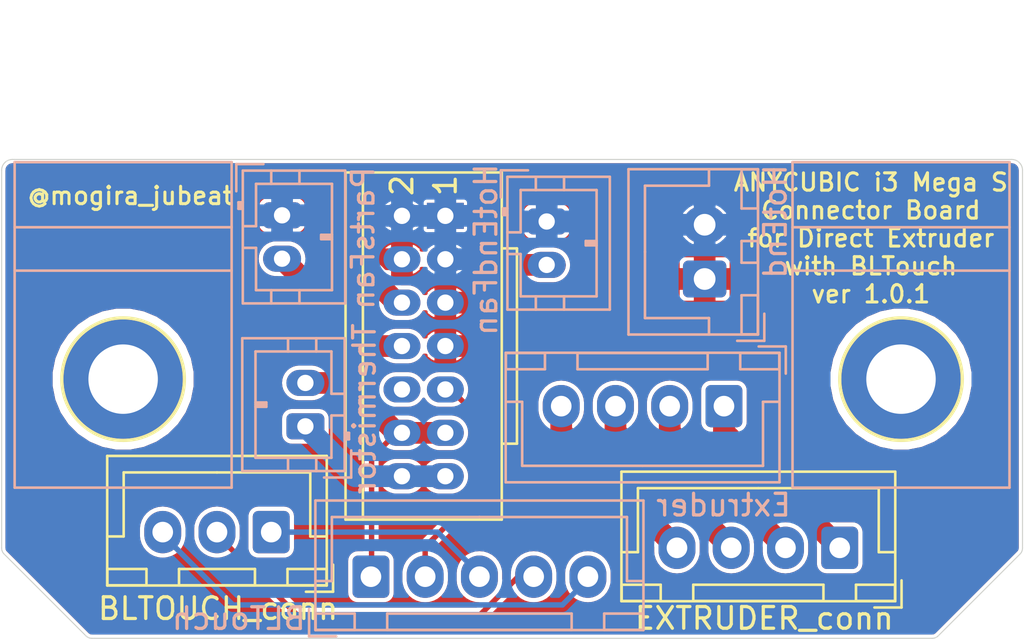
<source format=kicad_pcb>
(kicad_pcb (version 20171130) (host pcbnew "(5.1.2)-1")

  (general
    (thickness 1.6)
    (drawings 16)
    (tracks 51)
    (zones 0)
    (modules 11)
    (nets 16)
  )

  (page A4)
  (layers
    (0 F.Cu signal)
    (31 B.Cu signal)
    (32 B.Adhes user)
    (33 F.Adhes user)
    (34 B.Paste user)
    (35 F.Paste user)
    (36 B.SilkS user)
    (37 F.SilkS user)
    (38 B.Mask user)
    (39 F.Mask user)
    (40 Dwgs.User user)
    (41 Cmts.User user)
    (42 Eco1.User user)
    (43 Eco2.User user)
    (44 Edge.Cuts user)
    (45 Margin user)
    (46 B.CrtYd user)
    (47 F.CrtYd user)
    (48 B.Fab user hide)
    (49 F.Fab user hide)
  )

  (setup
    (last_trace_width 0.25)
    (user_trace_width 0.15)
    (user_trace_width 0.7)
    (user_trace_width 1)
    (trace_clearance 0.2)
    (zone_clearance 0.508)
    (zone_45_only no)
    (trace_min 0.15)
    (via_size 0.8)
    (via_drill 0.4)
    (via_min_size 0.4)
    (via_min_drill 0.3)
    (uvia_size 0.3)
    (uvia_drill 0.1)
    (uvias_allowed no)
    (uvia_min_size 0.2)
    (uvia_min_drill 0.1)
    (edge_width 0.05)
    (segment_width 0.2)
    (pcb_text_width 0.3)
    (pcb_text_size 1.5 1.5)
    (mod_edge_width 0.12)
    (mod_text_size 1 1)
    (mod_text_width 0.15)
    (pad_size 1.524 1.524)
    (pad_drill 0.762)
    (pad_to_mask_clearance 0.051)
    (solder_mask_min_width 0.25)
    (aux_axis_origin 133.15 129.26)
    (grid_origin 133.15 129.26)
    (visible_elements 7FFFFFFF)
    (pcbplotparams
      (layerselection 0x010f0_ffffffff)
      (usegerberextensions true)
      (usegerberattributes false)
      (usegerberadvancedattributes false)
      (creategerberjobfile false)
      (excludeedgelayer true)
      (linewidth 0.100000)
      (plotframeref false)
      (viasonmask true)
      (mode 1)
      (useauxorigin true)
      (hpglpennumber 1)
      (hpglpenspeed 20)
      (hpglpendiameter 15.000000)
      (psnegative false)
      (psa4output false)
      (plotreference true)
      (plotvalue false)
      (plotinvisibletext false)
      (padsonsilk false)
      (subtractmaskfromsilk false)
      (outputformat 1)
      (mirror false)
      (drillshape 0)
      (scaleselection 1)
      (outputdirectory ""))
  )

  (net 0 "")
  (net 1 "Net-(J1-Pad10)")
  (net 2 BLTOUCH1_GND)
  (net 3 BLTOUCH1_ZMIN)
  (net 4 /BLTOUCH1_SERVO_CONTROL)
  (net 5 /BLTOUCH1_SERVO_GND)
  (net 6 /BLTOUCH1_SERVO_5V)
  (net 7 /EXTRUDER1_B-)
  (net 8 /EXTRUDER1_B+)
  (net 9 /EXTRUDER1_A-)
  (net 10 /EXTRUDER1_A+)
  (net 11 HEATER1_12V)
  (net 12 HEATER1_GND)
  (net 13 HOTENDFAN1_GND)
  (net 14 PARTFAN1_GND)
  (net 15 THERMISTOR1_DATA)

  (net_class Default "これはデフォルトのネット クラスです。"
    (clearance 0.2)
    (trace_width 0.25)
    (via_dia 0.8)
    (via_drill 0.4)
    (uvia_dia 0.3)
    (uvia_drill 0.1)
    (add_net /BLTOUCH1_SERVO_5V)
    (add_net /BLTOUCH1_SERVO_CONTROL)
    (add_net /BLTOUCH1_SERVO_GND)
    (add_net /EXTRUDER1_A+)
    (add_net /EXTRUDER1_A-)
    (add_net /EXTRUDER1_B+)
    (add_net /EXTRUDER1_B-)
    (add_net BLTOUCH1_GND)
    (add_net BLTOUCH1_ZMIN)
    (add_net HEATER1_12V)
    (add_net HEATER1_GND)
    (add_net HOTENDFAN1_GND)
    (add_net "Net-(J1-Pad10)")
    (add_net PARTFAN1_GND)
    (add_net THERMISTOR1_DATA)
  )

  (net_class 1mm ""
    (clearance 0.2)
    (trace_width 1)
    (via_dia 0.8)
    (via_drill 0.4)
    (uvia_dia 0.3)
    (uvia_drill 0.1)
  )

  (module Ai3MS_connector_board:2x7_2mm-pitch_Lock_GreenConnector (layer F.Cu) (tedit 5F569A15) (tstamp 5F1459B6)
    (at 153.63 109.76 270)
    (descr "2mm pitch green connector used in Anycubic i3 Mega")
    (path /5F1093E7)
    (fp_text reference J1 (at 5.885 -1.75 90) (layer F.SilkS) hide
      (effects (font (size 1 1) (thickness 0.15)))
    )
    (fp_text value 2x7 (at 6.155 -4.435 90) (layer F.Fab) hide
      (effects (font (size 1 1) (thickness 0.15)))
    )
    (fp_text user 2 (at -1.4 2 90) (layer F.SilkS)
      (effects (font (size 1 1) (thickness 0.15)))
    )
    (fp_text user 1 (at -1.4 0 90) (layer F.SilkS)
      (effects (font (size 1 1) (thickness 0.15)))
    )
    (fp_line (start -2 3.8) (end 14 3.8) (layer F.SilkS) (width 0.12))
    (fp_line (start 10.5 -3.3) (end 10.5 -2.6) (layer F.SilkS) (width 0.12))
    (fp_line (start 1.5 -3.3) (end 1.5 -2.6) (layer F.SilkS) (width 0.12))
    (fp_line (start 1.5 -3.3) (end 10.5 -3.3) (layer F.SilkS) (width 0.12))
    (fp_line (start -2 4.6) (end 14 4.6) (layer F.SilkS) (width 0.12))
    (fp_line (start -2 -2.6) (end 14 -2.6) (layer F.SilkS) (width 0.12))
    (fp_line (start 14 -2.6) (end 14 4.6) (layer F.SilkS) (width 0.12))
    (fp_line (start -2 -2.6) (end -2 4.6) (layer F.SilkS) (width 0.12))
    (pad 2 thru_hole oval (at 0 2 270) (size 1.2 1.7) (drill 0.75) (layers *.Cu *.Mask)
      (net 11 HEATER1_12V))
    (pad 4 thru_hole oval (at 2 2 270) (size 1.2 1.7) (drill 0.75) (layers *.Cu *.Mask)
      (net 12 HEATER1_GND))
    (pad 6 thru_hole oval (at 4 2 270) (size 1.2 1.7) (drill 0.75) (layers *.Cu *.Mask)
      (net 13 HOTENDFAN1_GND))
    (pad 8 thru_hole oval (at 6 2 270) (size 1.2 1.7) (drill 0.75) (layers *.Cu *.Mask)
      (net 14 PARTFAN1_GND))
    (pad 10 thru_hole oval (at 8 2 270) (size 1.2 1.7) (drill 0.75) (layers *.Cu *.Mask)
      (net 1 "Net-(J1-Pad10)"))
    (pad 12 thru_hole oval (at 10 2 270) (size 1.2 1.7) (drill 0.75) (layers *.Cu *.Mask)
      (net 2 BLTOUCH1_GND))
    (pad 14 thru_hole oval (at 12 2 270) (size 1.2 1.7) (drill 0.75) (layers *.Cu *.Mask)
      (net 15 THERMISTOR1_DATA))
    (pad 13 thru_hole oval (at 12 0 270) (size 1.2 1.7) (drill 0.75) (layers *.Cu *.Mask)
      (net 15 THERMISTOR1_DATA))
    (pad 11 thru_hole oval (at 10 0 270) (size 1.2 1.7) (drill 0.75) (layers *.Cu *.Mask)
      (net 2 BLTOUCH1_GND))
    (pad 9 thru_hole oval (at 8 0 270) (size 1.2 1.7) (drill 0.75) (layers *.Cu *.Mask)
      (net 3 BLTOUCH1_ZMIN))
    (pad 7 thru_hole oval (at 6 0 270) (size 1.2 1.7) (drill 0.75) (layers *.Cu *.Mask)
      (net 12 HEATER1_GND))
    (pad 5 thru_hole oval (at 4 0 270) (size 1.2 1.7) (drill 0.75) (layers *.Cu *.Mask)
      (net 12 HEATER1_GND))
    (pad 3 thru_hole oval (at 2 0 270) (size 1.2 1.7) (drill 0.75) (layers *.Cu *.Mask)
      (net 11 HEATER1_12V))
    (pad 1 thru_hole rect (at 0 0 270) (size 1.2 1.7) (drill 0.75) (layers *.Cu *.Mask)
      (net 11 HEATER1_12V))
    (model ${KIPRJMOD}/libraries/Ai3MS_connector_board.pretty/2x7_2mm-pitch_Lock_GreenConnector.step
      (at (xyz 0 0 0))
      (scale (xyz 1 1 1))
      (rotate (xyz 0 0 0))
    )
  )

  (module Ai3MS_connector_board:AXA-15-M3 (layer B.Cu) (tedit 5F4E420E) (tstamp 5F238D5C)
    (at 174.63 117.285)
    (fp_text reference REF** (at 0 -2.53) (layer B.SilkS) hide
      (effects (font (size 1 1) (thickness 0.15)) (justify mirror))
    )
    (fp_text value AXA-15-M3 (at -0.03 3.87) (layer B.Fab)
      (effects (font (size 1 1) (thickness 0.15)) (justify mirror))
    )
    (fp_circle (center 0 0) (end 2.825 0) (layer F.SilkS) (width 0.15))
    (fp_line (start -5 5) (end 5 5) (layer B.SilkS) (width 0.12))
    (fp_line (start -5 5) (end -5 -10) (layer B.SilkS) (width 0.12))
    (fp_line (start 5 5) (end 5 -10) (layer B.SilkS) (width 0.12))
    (fp_line (start -5 -10) (end 5 -10) (layer B.SilkS) (width 0.12))
    (fp_line (start -5 -5) (end 5 -5) (layer B.SilkS) (width 0.12))
    (fp_line (start -5 -7) (end 5 -7) (layer B.SilkS) (width 0.12))
    (pad 1 thru_hole circle (at 0 0) (size 5.5 5.5) (drill 3.2) (layers *.Cu *.Mask)
      (clearance 0.5))
    (model ${KIPRJMOD}/libraries/Ai3MS_connector_board.pretty/AXA-15-M3.step
      (at (xyz 0 0 0))
      (scale (xyz 1 1 1))
      (rotate (xyz 0 0 0))
    )
  )

  (module Ai3MS_connector_board:AXA-15-M3 (layer B.Cu) (tedit 5F56C044) (tstamp 5F2380F4)
    (at 138.78 117.285)
    (fp_text reference REF** (at 0 -2.53) (layer B.SilkS) hide
      (effects (font (size 1 1) (thickness 0.15)) (justify mirror))
    )
    (fp_text value AXA-15-M3 (at -0.03 3.87) (layer B.Fab)
      (effects (font (size 1 1) (thickness 0.15)) (justify mirror))
    )
    (fp_circle (center 0 0) (end 2.825 0) (layer F.SilkS) (width 0.15))
    (fp_line (start -5 5) (end 5 5) (layer B.SilkS) (width 0.12))
    (fp_line (start -5 5) (end -5 -10) (layer B.SilkS) (width 0.12))
    (fp_line (start 5 5) (end 5 -10) (layer B.SilkS) (width 0.12))
    (fp_line (start -5 -10) (end 5 -10) (layer B.SilkS) (width 0.12))
    (fp_line (start -5 -5) (end 5 -5) (layer B.SilkS) (width 0.12))
    (fp_line (start -5 -7) (end 5 -7) (layer B.SilkS) (width 0.12))
    (pad 1 thru_hole circle (at 0 0) (size 5.5 5.5) (drill 3.2) (layers *.Cu *.Mask)
      (clearance 0.5))
    (model ${KIPRJMOD}/libraries/Ai3MS_connector_board.pretty/AXA-15-M3.step
      (at (xyz 0 0 0))
      (scale (xyz 1 1 1))
      (rotate (xyz 0 0 0))
    )
  )

  (module Connector_JST:JST_XH_B3B-XH-A_1x03_P2.50mm_Vertical (layer F.Cu) (tedit 5C28146C) (tstamp 5F145A0B)
    (at 145.605 124.335 180)
    (descr "JST XH series connector, B3B-XH-A (http://www.jst-mfg.com/product/pdf/eng/eXH.pdf), generated with kicad-footprint-generator")
    (tags "connector JST XH vertical")
    (path /5F1884C2)
    (fp_text reference BLTOUCH_conn (at 2.45 -3.525) (layer F.SilkS)
      (effects (font (size 1 1) (thickness 0.15)))
    )
    (fp_text value 1x3_rev (at 2.5 4.6) (layer F.Fab) hide
      (effects (font (size 1 1) (thickness 0.15)))
    )
    (fp_line (start -2.45 -2.35) (end -2.45 3.4) (layer F.Fab) (width 0.1))
    (fp_line (start -2.45 3.4) (end 7.45 3.4) (layer F.Fab) (width 0.1))
    (fp_line (start 7.45 3.4) (end 7.45 -2.35) (layer F.Fab) (width 0.1))
    (fp_line (start 7.45 -2.35) (end -2.45 -2.35) (layer F.Fab) (width 0.1))
    (fp_line (start -2.56 -2.46) (end -2.56 3.51) (layer F.SilkS) (width 0.12))
    (fp_line (start -2.56 3.51) (end 7.56 3.51) (layer F.SilkS) (width 0.12))
    (fp_line (start 7.56 3.51) (end 7.56 -2.46) (layer F.SilkS) (width 0.12))
    (fp_line (start 7.56 -2.46) (end -2.56 -2.46) (layer F.SilkS) (width 0.12))
    (fp_line (start -2.95 -2.85) (end -2.95 3.9) (layer F.CrtYd) (width 0.05))
    (fp_line (start -2.95 3.9) (end 7.95 3.9) (layer F.CrtYd) (width 0.05))
    (fp_line (start 7.95 3.9) (end 7.95 -2.85) (layer F.CrtYd) (width 0.05))
    (fp_line (start 7.95 -2.85) (end -2.95 -2.85) (layer F.CrtYd) (width 0.05))
    (fp_line (start -0.625 -2.35) (end 0 -1.35) (layer F.Fab) (width 0.1))
    (fp_line (start 0 -1.35) (end 0.625 -2.35) (layer F.Fab) (width 0.1))
    (fp_line (start 0.75 -2.45) (end 0.75 -1.7) (layer F.SilkS) (width 0.12))
    (fp_line (start 0.75 -1.7) (end 4.25 -1.7) (layer F.SilkS) (width 0.12))
    (fp_line (start 4.25 -1.7) (end 4.25 -2.45) (layer F.SilkS) (width 0.12))
    (fp_line (start 4.25 -2.45) (end 0.75 -2.45) (layer F.SilkS) (width 0.12))
    (fp_line (start -2.55 -2.45) (end -2.55 -1.7) (layer F.SilkS) (width 0.12))
    (fp_line (start -2.55 -1.7) (end -0.75 -1.7) (layer F.SilkS) (width 0.12))
    (fp_line (start -0.75 -1.7) (end -0.75 -2.45) (layer F.SilkS) (width 0.12))
    (fp_line (start -0.75 -2.45) (end -2.55 -2.45) (layer F.SilkS) (width 0.12))
    (fp_line (start 5.75 -2.45) (end 5.75 -1.7) (layer F.SilkS) (width 0.12))
    (fp_line (start 5.75 -1.7) (end 7.55 -1.7) (layer F.SilkS) (width 0.12))
    (fp_line (start 7.55 -1.7) (end 7.55 -2.45) (layer F.SilkS) (width 0.12))
    (fp_line (start 7.55 -2.45) (end 5.75 -2.45) (layer F.SilkS) (width 0.12))
    (fp_line (start -2.55 -0.2) (end -1.8 -0.2) (layer F.SilkS) (width 0.12))
    (fp_line (start -1.8 -0.2) (end -1.8 2.75) (layer F.SilkS) (width 0.12))
    (fp_line (start -1.8 2.75) (end 2.5 2.75) (layer F.SilkS) (width 0.12))
    (fp_line (start 7.55 -0.2) (end 6.8 -0.2) (layer F.SilkS) (width 0.12))
    (fp_line (start 6.8 -0.2) (end 6.8 2.75) (layer F.SilkS) (width 0.12))
    (fp_line (start 6.8 2.75) (end 2.5 2.75) (layer F.SilkS) (width 0.12))
    (fp_line (start -1.6 -2.75) (end -2.85 -2.75) (layer F.SilkS) (width 0.12))
    (fp_line (start -2.85 -2.75) (end -2.85 -1.5) (layer F.SilkS) (width 0.12))
    (fp_text user %R (at 2.5 2.7) (layer F.Fab) hide
      (effects (font (size 1 1) (thickness 0.15)))
    )
    (pad 1 thru_hole roundrect (at 0 0 180) (size 1.7 1.95) (drill 0.95) (layers *.Cu *.Mask) (roundrect_rratio 0.147059)
      (net 4 /BLTOUCH1_SERVO_CONTROL))
    (pad 2 thru_hole oval (at 2.5 0 180) (size 1.7 1.95) (drill 0.95) (layers *.Cu *.Mask)
      (net 5 /BLTOUCH1_SERVO_GND))
    (pad 3 thru_hole oval (at 5 0 180) (size 1.7 1.95) (drill 0.95) (layers *.Cu *.Mask)
      (net 6 /BLTOUCH1_SERVO_5V))
    (model ${KISYS3DMOD}/Connector_JST.3dshapes/JST_XH_B3B-XH-A_1x03_P2.50mm_Vertical.wrl
      (at (xyz 0 0 0))
      (scale (xyz 1 1 1))
      (rotate (xyz 0 0 0))
    )
  )

  (module Connector_JST:JST_XH_B4B-XH-A_1x04_P2.50mm_Vertical (layer F.Cu) (tedit 5C28146C) (tstamp 5F1459E1)
    (at 171.805 125.06 180)
    (descr "JST XH series connector, B4B-XH-A (http://www.jst-mfg.com/product/pdf/eng/eXH.pdf), generated with kicad-footprint-generator")
    (tags "connector JST XH vertical")
    (path /5F1321D5)
    (fp_text reference EXTRUDER_conn (at 3.475 -3.25 180) (layer F.SilkS)
      (effects (font (size 1 1) (thickness 0.15)))
    )
    (fp_text value 1x4_rev (at 3.75 4.6 180) (layer F.Fab) hide
      (effects (font (size 1 1) (thickness 0.15)))
    )
    (fp_line (start -2.45 -2.35) (end -2.45 3.4) (layer F.Fab) (width 0.1))
    (fp_line (start -2.45 3.4) (end 9.95 3.4) (layer F.Fab) (width 0.1))
    (fp_line (start 9.95 3.4) (end 9.95 -2.35) (layer F.Fab) (width 0.1))
    (fp_line (start 9.95 -2.35) (end -2.45 -2.35) (layer F.Fab) (width 0.1))
    (fp_line (start -2.56 -2.46) (end -2.56 3.51) (layer F.SilkS) (width 0.12))
    (fp_line (start -2.56 3.51) (end 10.06 3.51) (layer F.SilkS) (width 0.12))
    (fp_line (start 10.06 3.51) (end 10.06 -2.46) (layer F.SilkS) (width 0.12))
    (fp_line (start 10.06 -2.46) (end -2.56 -2.46) (layer F.SilkS) (width 0.12))
    (fp_line (start -2.95 -2.85) (end -2.95 3.9) (layer F.CrtYd) (width 0.05))
    (fp_line (start -2.95 3.9) (end 10.45 3.9) (layer F.CrtYd) (width 0.05))
    (fp_line (start 10.45 3.9) (end 10.45 -2.85) (layer F.CrtYd) (width 0.05))
    (fp_line (start 10.45 -2.85) (end -2.95 -2.85) (layer F.CrtYd) (width 0.05))
    (fp_line (start -0.625 -2.35) (end 0 -1.35) (layer F.Fab) (width 0.1))
    (fp_line (start 0 -1.35) (end 0.625 -2.35) (layer F.Fab) (width 0.1))
    (fp_line (start 0.75 -2.45) (end 0.75 -1.7) (layer F.SilkS) (width 0.12))
    (fp_line (start 0.75 -1.7) (end 6.75 -1.7) (layer F.SilkS) (width 0.12))
    (fp_line (start 6.75 -1.7) (end 6.75 -2.45) (layer F.SilkS) (width 0.12))
    (fp_line (start 6.75 -2.45) (end 0.75 -2.45) (layer F.SilkS) (width 0.12))
    (fp_line (start -2.55 -2.45) (end -2.55 -1.7) (layer F.SilkS) (width 0.12))
    (fp_line (start -2.55 -1.7) (end -0.75 -1.7) (layer F.SilkS) (width 0.12))
    (fp_line (start -0.75 -1.7) (end -0.75 -2.45) (layer F.SilkS) (width 0.12))
    (fp_line (start -0.75 -2.45) (end -2.55 -2.45) (layer F.SilkS) (width 0.12))
    (fp_line (start 8.25 -2.45) (end 8.25 -1.7) (layer F.SilkS) (width 0.12))
    (fp_line (start 8.25 -1.7) (end 10.05 -1.7) (layer F.SilkS) (width 0.12))
    (fp_line (start 10.05 -1.7) (end 10.05 -2.45) (layer F.SilkS) (width 0.12))
    (fp_line (start 10.05 -2.45) (end 8.25 -2.45) (layer F.SilkS) (width 0.12))
    (fp_line (start -2.55 -0.2) (end -1.8 -0.2) (layer F.SilkS) (width 0.12))
    (fp_line (start -1.8 -0.2) (end -1.8 2.75) (layer F.SilkS) (width 0.12))
    (fp_line (start -1.8 2.75) (end 3.75 2.75) (layer F.SilkS) (width 0.12))
    (fp_line (start 10.05 -0.2) (end 9.3 -0.2) (layer F.SilkS) (width 0.12))
    (fp_line (start 9.3 -0.2) (end 9.3 2.75) (layer F.SilkS) (width 0.12))
    (fp_line (start 9.3 2.75) (end 3.75 2.75) (layer F.SilkS) (width 0.12))
    (fp_line (start -1.6 -2.75) (end -2.85 -2.75) (layer F.SilkS) (width 0.12))
    (fp_line (start -2.85 -2.75) (end -2.85 -1.5) (layer F.SilkS) (width 0.12))
    (fp_text user %R (at 3.75 2.7 180) (layer F.Fab) hide
      (effects (font (size 1 1) (thickness 0.15)))
    )
    (pad 1 thru_hole roundrect (at 0 0 180) (size 1.7 1.95) (drill 0.95) (layers *.Cu *.Mask) (roundrect_rratio 0.147059)
      (net 10 /EXTRUDER1_A+))
    (pad 2 thru_hole oval (at 2.5 0 180) (size 1.7 1.95) (drill 0.95) (layers *.Cu *.Mask)
      (net 9 /EXTRUDER1_A-))
    (pad 3 thru_hole oval (at 5 0 180) (size 1.7 1.95) (drill 0.95) (layers *.Cu *.Mask)
      (net 8 /EXTRUDER1_B+))
    (pad 4 thru_hole oval (at 7.5 0 180) (size 1.7 1.95) (drill 0.95) (layers *.Cu *.Mask)
      (net 7 /EXTRUDER1_B-))
    (model ${KISYS3DMOD}/Connector_JST.3dshapes/JST_XH_B4B-XH-A_1x04_P2.50mm_Vertical.wrl
      (at (xyz 0 0 0))
      (scale (xyz 1 1 1))
      (rotate (xyz 0 0 0))
    )
  )

  (module Connector_JST:JST_XH_B5B-XH-A_1x05_P2.50mm_Vertical (layer B.Cu) (tedit 5C28146C) (tstamp 5F1458D3)
    (at 150.2 126.39)
    (descr "JST XH series connector, B5B-XH-A (http://www.jst-mfg.com/product/pdf/eng/eXH.pdf), generated with kicad-footprint-generator")
    (tags "connector JST XH vertical")
    (path /5F179B7D)
    (fp_text reference BLTouch (at -6.09 1.93) (layer B.SilkS)
      (effects (font (size 1 1) (thickness 0.15)) (justify mirror))
    )
    (fp_text value 1x5 (at 5 -4.6) (layer B.Fab) hide
      (effects (font (size 1 1) (thickness 0.15)) (justify mirror))
    )
    (fp_line (start -2.45 2.35) (end -2.45 -3.4) (layer B.Fab) (width 0.1))
    (fp_line (start -2.45 -3.4) (end 12.45 -3.4) (layer B.Fab) (width 0.1))
    (fp_line (start 12.45 -3.4) (end 12.45 2.35) (layer B.Fab) (width 0.1))
    (fp_line (start 12.45 2.35) (end -2.45 2.35) (layer B.Fab) (width 0.1))
    (fp_line (start -2.56 2.46) (end -2.56 -3.51) (layer B.SilkS) (width 0.12))
    (fp_line (start -2.56 -3.51) (end 12.56 -3.51) (layer B.SilkS) (width 0.12))
    (fp_line (start 12.56 -3.51) (end 12.56 2.46) (layer B.SilkS) (width 0.12))
    (fp_line (start 12.56 2.46) (end -2.56 2.46) (layer B.SilkS) (width 0.12))
    (fp_line (start -2.95 2.85) (end -2.95 -3.9) (layer B.CrtYd) (width 0.05))
    (fp_line (start -2.95 -3.9) (end 12.95 -3.9) (layer B.CrtYd) (width 0.05))
    (fp_line (start 12.95 -3.9) (end 12.95 2.85) (layer B.CrtYd) (width 0.05))
    (fp_line (start 12.95 2.85) (end -2.95 2.85) (layer B.CrtYd) (width 0.05))
    (fp_line (start -0.625 2.35) (end 0 1.35) (layer B.Fab) (width 0.1))
    (fp_line (start 0 1.35) (end 0.625 2.35) (layer B.Fab) (width 0.1))
    (fp_line (start 0.75 2.45) (end 0.75 1.7) (layer B.SilkS) (width 0.12))
    (fp_line (start 0.75 1.7) (end 9.25 1.7) (layer B.SilkS) (width 0.12))
    (fp_line (start 9.25 1.7) (end 9.25 2.45) (layer B.SilkS) (width 0.12))
    (fp_line (start 9.25 2.45) (end 0.75 2.45) (layer B.SilkS) (width 0.12))
    (fp_line (start -2.55 2.45) (end -2.55 1.7) (layer B.SilkS) (width 0.12))
    (fp_line (start -2.55 1.7) (end -0.75 1.7) (layer B.SilkS) (width 0.12))
    (fp_line (start -0.75 1.7) (end -0.75 2.45) (layer B.SilkS) (width 0.12))
    (fp_line (start -0.75 2.45) (end -2.55 2.45) (layer B.SilkS) (width 0.12))
    (fp_line (start 10.75 2.45) (end 10.75 1.7) (layer B.SilkS) (width 0.12))
    (fp_line (start 10.75 1.7) (end 12.55 1.7) (layer B.SilkS) (width 0.12))
    (fp_line (start 12.55 1.7) (end 12.55 2.45) (layer B.SilkS) (width 0.12))
    (fp_line (start 12.55 2.45) (end 10.75 2.45) (layer B.SilkS) (width 0.12))
    (fp_line (start -2.55 0.2) (end -1.8 0.2) (layer B.SilkS) (width 0.12))
    (fp_line (start -1.8 0.2) (end -1.8 -2.75) (layer B.SilkS) (width 0.12))
    (fp_line (start -1.8 -2.75) (end 5 -2.75) (layer B.SilkS) (width 0.12))
    (fp_line (start 12.55 0.2) (end 11.8 0.2) (layer B.SilkS) (width 0.12))
    (fp_line (start 11.8 0.2) (end 11.8 -2.75) (layer B.SilkS) (width 0.12))
    (fp_line (start 11.8 -2.75) (end 5 -2.75) (layer B.SilkS) (width 0.12))
    (fp_line (start -1.6 2.75) (end -2.85 2.75) (layer B.SilkS) (width 0.12))
    (fp_line (start -2.85 2.75) (end -2.85 1.5) (layer B.SilkS) (width 0.12))
    (fp_text user %R (at 5 -2.7) (layer B.Fab) hide
      (effects (font (size 1 1) (thickness 0.15)) (justify mirror))
    )
    (pad 1 thru_hole roundrect (at 0 0) (size 1.7 1.95) (drill 0.95) (layers *.Cu *.Mask) (roundrect_rratio 0.147059)
      (net 2 BLTOUCH1_GND))
    (pad 2 thru_hole oval (at 2.5 0) (size 1.7 1.95) (drill 0.95) (layers *.Cu *.Mask)
      (net 3 BLTOUCH1_ZMIN))
    (pad 3 thru_hole oval (at 5 0) (size 1.7 1.95) (drill 0.95) (layers *.Cu *.Mask)
      (net 4 /BLTOUCH1_SERVO_CONTROL))
    (pad 4 thru_hole oval (at 7.5 0) (size 1.7 1.95) (drill 0.95) (layers *.Cu *.Mask)
      (net 5 /BLTOUCH1_SERVO_GND))
    (pad 5 thru_hole oval (at 10 0) (size 1.7 1.95) (drill 0.95) (layers *.Cu *.Mask)
      (net 6 /BLTOUCH1_SERVO_5V))
    (model ${KISYS3DMOD}/Connector_JST.3dshapes/JST_XH_B5B-XH-A_1x05_P2.50mm_Vertical.wrl
      (at (xyz 0 0 0))
      (scale (xyz 1 1 1))
      (rotate (xyz 0 0 0))
    )
  )

  (module Connector_JST:JST_XH_B4B-XH-A_1x04_P2.50mm_Vertical (layer B.Cu) (tedit 5C28146C) (tstamp 5F2933C6)
    (at 166.47 118.53 180)
    (descr "JST XH series connector, B4B-XH-A (http://www.jst-mfg.com/product/pdf/eng/eXH.pdf), generated with kicad-footprint-generator")
    (tags "connector JST XH vertical")
    (path /5F12BC10)
    (fp_text reference Extruder (at 0.02 -4.56 180) (layer B.SilkS)
      (effects (font (size 1 1) (thickness 0.15)) (justify mirror))
    )
    (fp_text value 1x4 (at 3.75 -4.6 180) (layer B.Fab) hide
      (effects (font (size 1 1) (thickness 0.15)) (justify mirror))
    )
    (fp_text user %R (at 3.75 -2.7 180) (layer B.Fab) hide
      (effects (font (size 1 1) (thickness 0.15)) (justify mirror))
    )
    (fp_line (start -2.85 2.75) (end -2.85 1.5) (layer B.SilkS) (width 0.12))
    (fp_line (start -1.6 2.75) (end -2.85 2.75) (layer B.SilkS) (width 0.12))
    (fp_line (start 9.3 -2.75) (end 3.75 -2.75) (layer B.SilkS) (width 0.12))
    (fp_line (start 9.3 0.2) (end 9.3 -2.75) (layer B.SilkS) (width 0.12))
    (fp_line (start 10.05 0.2) (end 9.3 0.2) (layer B.SilkS) (width 0.12))
    (fp_line (start -1.8 -2.75) (end 3.75 -2.75) (layer B.SilkS) (width 0.12))
    (fp_line (start -1.8 0.2) (end -1.8 -2.75) (layer B.SilkS) (width 0.12))
    (fp_line (start -2.55 0.2) (end -1.8 0.2) (layer B.SilkS) (width 0.12))
    (fp_line (start 10.05 2.45) (end 8.25 2.45) (layer B.SilkS) (width 0.12))
    (fp_line (start 10.05 1.7) (end 10.05 2.45) (layer B.SilkS) (width 0.12))
    (fp_line (start 8.25 1.7) (end 10.05 1.7) (layer B.SilkS) (width 0.12))
    (fp_line (start 8.25 2.45) (end 8.25 1.7) (layer B.SilkS) (width 0.12))
    (fp_line (start -0.75 2.45) (end -2.55 2.45) (layer B.SilkS) (width 0.12))
    (fp_line (start -0.75 1.7) (end -0.75 2.45) (layer B.SilkS) (width 0.12))
    (fp_line (start -2.55 1.7) (end -0.75 1.7) (layer B.SilkS) (width 0.12))
    (fp_line (start -2.55 2.45) (end -2.55 1.7) (layer B.SilkS) (width 0.12))
    (fp_line (start 6.75 2.45) (end 0.75 2.45) (layer B.SilkS) (width 0.12))
    (fp_line (start 6.75 1.7) (end 6.75 2.45) (layer B.SilkS) (width 0.12))
    (fp_line (start 0.75 1.7) (end 6.75 1.7) (layer B.SilkS) (width 0.12))
    (fp_line (start 0.75 2.45) (end 0.75 1.7) (layer B.SilkS) (width 0.12))
    (fp_line (start 0 1.35) (end 0.625 2.35) (layer B.Fab) (width 0.1))
    (fp_line (start -0.625 2.35) (end 0 1.35) (layer B.Fab) (width 0.1))
    (fp_line (start 10.45 2.85) (end -2.95 2.85) (layer B.CrtYd) (width 0.05))
    (fp_line (start 10.45 -3.9) (end 10.45 2.85) (layer B.CrtYd) (width 0.05))
    (fp_line (start -2.95 -3.9) (end 10.45 -3.9) (layer B.CrtYd) (width 0.05))
    (fp_line (start -2.95 2.85) (end -2.95 -3.9) (layer B.CrtYd) (width 0.05))
    (fp_line (start 10.06 2.46) (end -2.56 2.46) (layer B.SilkS) (width 0.12))
    (fp_line (start 10.06 -3.51) (end 10.06 2.46) (layer B.SilkS) (width 0.12))
    (fp_line (start -2.56 -3.51) (end 10.06 -3.51) (layer B.SilkS) (width 0.12))
    (fp_line (start -2.56 2.46) (end -2.56 -3.51) (layer B.SilkS) (width 0.12))
    (fp_line (start 9.95 2.35) (end -2.45 2.35) (layer B.Fab) (width 0.1))
    (fp_line (start 9.95 -3.4) (end 9.95 2.35) (layer B.Fab) (width 0.1))
    (fp_line (start -2.45 -3.4) (end 9.95 -3.4) (layer B.Fab) (width 0.1))
    (fp_line (start -2.45 2.35) (end -2.45 -3.4) (layer B.Fab) (width 0.1))
    (pad 4 thru_hole oval (at 7.5 0 180) (size 1.7 1.95) (drill 0.95) (layers *.Cu *.Mask)
      (net 7 /EXTRUDER1_B-))
    (pad 3 thru_hole oval (at 5 0 180) (size 1.7 1.95) (drill 0.95) (layers *.Cu *.Mask)
      (net 8 /EXTRUDER1_B+))
    (pad 2 thru_hole oval (at 2.5 0 180) (size 1.7 1.95) (drill 0.95) (layers *.Cu *.Mask)
      (net 9 /EXTRUDER1_A-))
    (pad 1 thru_hole roundrect (at 0 0 180) (size 1.7 1.95) (drill 0.95) (layers *.Cu *.Mask) (roundrect_rratio 0.147059)
      (net 10 /EXTRUDER1_A+))
    (model ${KISYS3DMOD}/Connector_JST.3dshapes/JST_XH_B4B-XH-A_1x04_P2.50mm_Vertical.wrl
      (at (xyz 0 0 0))
      (scale (xyz 1 1 1))
      (rotate (xyz 0 0 0))
    )
  )

  (module Connector_JST:JST_PH_B2B-PH-K_1x02_P2.00mm_Vertical (layer B.Cu) (tedit 5B7745C2) (tstamp 5F14594A)
    (at 146.105 109.735 270)
    (descr "JST PH series connector, B2B-PH-K (http://www.jst-mfg.com/product/pdf/eng/ePH.pdf), generated with kicad-footprint-generator")
    (tags "connector JST PH side entry")
    (path /5F10AA55)
    (fp_text reference PartsFan (at 1.055 -3.735 90) (layer B.SilkS)
      (effects (font (size 1 1) (thickness 0.15)) (justify mirror))
    )
    (fp_text value 1x2 (at 1 -4 90) (layer B.Fab) hide
      (effects (font (size 1 1) (thickness 0.15)) (justify mirror))
    )
    (fp_line (start -2.06 1.81) (end -2.06 -2.91) (layer B.SilkS) (width 0.12))
    (fp_line (start -2.06 -2.91) (end 4.06 -2.91) (layer B.SilkS) (width 0.12))
    (fp_line (start 4.06 -2.91) (end 4.06 1.81) (layer B.SilkS) (width 0.12))
    (fp_line (start 4.06 1.81) (end -2.06 1.81) (layer B.SilkS) (width 0.12))
    (fp_line (start -0.3 1.81) (end -0.3 2.01) (layer B.SilkS) (width 0.12))
    (fp_line (start -0.3 2.01) (end -0.6 2.01) (layer B.SilkS) (width 0.12))
    (fp_line (start -0.6 2.01) (end -0.6 1.81) (layer B.SilkS) (width 0.12))
    (fp_line (start -0.3 1.91) (end -0.6 1.91) (layer B.SilkS) (width 0.12))
    (fp_line (start 0.5 1.81) (end 0.5 1.2) (layer B.SilkS) (width 0.12))
    (fp_line (start 0.5 1.2) (end -1.45 1.2) (layer B.SilkS) (width 0.12))
    (fp_line (start -1.45 1.2) (end -1.45 -2.3) (layer B.SilkS) (width 0.12))
    (fp_line (start -1.45 -2.3) (end 3.45 -2.3) (layer B.SilkS) (width 0.12))
    (fp_line (start 3.45 -2.3) (end 3.45 1.2) (layer B.SilkS) (width 0.12))
    (fp_line (start 3.45 1.2) (end 1.5 1.2) (layer B.SilkS) (width 0.12))
    (fp_line (start 1.5 1.2) (end 1.5 1.81) (layer B.SilkS) (width 0.12))
    (fp_line (start -2.06 0.5) (end -1.45 0.5) (layer B.SilkS) (width 0.12))
    (fp_line (start -2.06 -0.8) (end -1.45 -0.8) (layer B.SilkS) (width 0.12))
    (fp_line (start 4.06 0.5) (end 3.45 0.5) (layer B.SilkS) (width 0.12))
    (fp_line (start 4.06 -0.8) (end 3.45 -0.8) (layer B.SilkS) (width 0.12))
    (fp_line (start 0.9 -2.3) (end 0.9 -1.8) (layer B.SilkS) (width 0.12))
    (fp_line (start 0.9 -1.8) (end 1.1 -1.8) (layer B.SilkS) (width 0.12))
    (fp_line (start 1.1 -1.8) (end 1.1 -2.3) (layer B.SilkS) (width 0.12))
    (fp_line (start 1 -2.3) (end 1 -1.8) (layer B.SilkS) (width 0.12))
    (fp_line (start -1.11 2.11) (end -2.36 2.11) (layer B.SilkS) (width 0.12))
    (fp_line (start -2.36 2.11) (end -2.36 0.86) (layer B.SilkS) (width 0.12))
    (fp_line (start -1.11 2.11) (end -2.36 2.11) (layer B.Fab) (width 0.1))
    (fp_line (start -2.36 2.11) (end -2.36 0.86) (layer B.Fab) (width 0.1))
    (fp_line (start -1.95 1.7) (end -1.95 -2.8) (layer B.Fab) (width 0.1))
    (fp_line (start -1.95 -2.8) (end 3.95 -2.8) (layer B.Fab) (width 0.1))
    (fp_line (start 3.95 -2.8) (end 3.95 1.7) (layer B.Fab) (width 0.1))
    (fp_line (start 3.95 1.7) (end -1.95 1.7) (layer B.Fab) (width 0.1))
    (fp_line (start -2.45 2.2) (end -2.45 -3.3) (layer B.CrtYd) (width 0.05))
    (fp_line (start -2.45 -3.3) (end 4.45 -3.3) (layer B.CrtYd) (width 0.05))
    (fp_line (start 4.45 -3.3) (end 4.45 2.2) (layer B.CrtYd) (width 0.05))
    (fp_line (start 4.45 2.2) (end -2.45 2.2) (layer B.CrtYd) (width 0.05))
    (fp_text user %R (at 1 -1.5 90) (layer B.Fab) hide
      (effects (font (size 1 1) (thickness 0.15)) (justify mirror))
    )
    (pad 1 thru_hole roundrect (at 0 0 270) (size 1.2 1.75) (drill 0.75) (layers *.Cu *.Mask) (roundrect_rratio 0.208333)
      (net 11 HEATER1_12V))
    (pad 2 thru_hole oval (at 2 0 270) (size 1.2 1.75) (drill 0.75) (layers *.Cu *.Mask)
      (net 14 PARTFAN1_GND))
    (model ${KISYS3DMOD}/Connector_JST.3dshapes/JST_PH_B2B-PH-K_1x02_P2.00mm_Vertical.wrl
      (at (xyz 0 0 0))
      (scale (xyz 1 1 1))
      (rotate (xyz 0 0 0))
    )
  )

  (module Connector_JST:JST_PH_B2B-PH-K_1x02_P2.00mm_Vertical (layer B.Cu) (tedit 5B7745C2) (tstamp 5F2AB67E)
    (at 158.3 110.02 270)
    (descr "JST PH series connector, B2B-PH-K (http://www.jst-mfg.com/product/pdf/eng/ePH.pdf), generated with kicad-footprint-generator")
    (tags "connector JST PH side entry")
    (path /5F10A633)
    (fp_text reference HotEndFan (at 1.3 2.8 90) (layer B.SilkS)
      (effects (font (size 1 1) (thickness 0.15)) (justify mirror))
    )
    (fp_text value 1x2 (at 1 -4 90) (layer B.Fab) hide
      (effects (font (size 1 1) (thickness 0.15)) (justify mirror))
    )
    (fp_line (start -2.06 1.81) (end -2.06 -2.91) (layer B.SilkS) (width 0.12))
    (fp_line (start -2.06 -2.91) (end 4.06 -2.91) (layer B.SilkS) (width 0.12))
    (fp_line (start 4.06 -2.91) (end 4.06 1.81) (layer B.SilkS) (width 0.12))
    (fp_line (start 4.06 1.81) (end -2.06 1.81) (layer B.SilkS) (width 0.12))
    (fp_line (start -0.3 1.81) (end -0.3 2.01) (layer B.SilkS) (width 0.12))
    (fp_line (start -0.3 2.01) (end -0.6 2.01) (layer B.SilkS) (width 0.12))
    (fp_line (start -0.6 2.01) (end -0.6 1.81) (layer B.SilkS) (width 0.12))
    (fp_line (start -0.3 1.91) (end -0.6 1.91) (layer B.SilkS) (width 0.12))
    (fp_line (start 0.5 1.81) (end 0.5 1.2) (layer B.SilkS) (width 0.12))
    (fp_line (start 0.5 1.2) (end -1.45 1.2) (layer B.SilkS) (width 0.12))
    (fp_line (start -1.45 1.2) (end -1.45 -2.3) (layer B.SilkS) (width 0.12))
    (fp_line (start -1.45 -2.3) (end 3.45 -2.3) (layer B.SilkS) (width 0.12))
    (fp_line (start 3.45 -2.3) (end 3.45 1.2) (layer B.SilkS) (width 0.12))
    (fp_line (start 3.45 1.2) (end 1.5 1.2) (layer B.SilkS) (width 0.12))
    (fp_line (start 1.5 1.2) (end 1.5 1.81) (layer B.SilkS) (width 0.12))
    (fp_line (start -2.06 0.5) (end -1.45 0.5) (layer B.SilkS) (width 0.12))
    (fp_line (start -2.06 -0.8) (end -1.45 -0.8) (layer B.SilkS) (width 0.12))
    (fp_line (start 4.06 0.5) (end 3.45 0.5) (layer B.SilkS) (width 0.12))
    (fp_line (start 4.06 -0.8) (end 3.45 -0.8) (layer B.SilkS) (width 0.12))
    (fp_line (start 0.9 -2.3) (end 0.9 -1.8) (layer B.SilkS) (width 0.12))
    (fp_line (start 0.9 -1.8) (end 1.1 -1.8) (layer B.SilkS) (width 0.12))
    (fp_line (start 1.1 -1.8) (end 1.1 -2.3) (layer B.SilkS) (width 0.12))
    (fp_line (start 1 -2.3) (end 1 -1.8) (layer B.SilkS) (width 0.12))
    (fp_line (start -1.11 2.11) (end -2.36 2.11) (layer B.SilkS) (width 0.12))
    (fp_line (start -2.36 2.11) (end -2.36 0.86) (layer B.SilkS) (width 0.12))
    (fp_line (start -1.11 2.11) (end -2.36 2.11) (layer B.Fab) (width 0.1))
    (fp_line (start -2.36 2.11) (end -2.36 0.86) (layer B.Fab) (width 0.1))
    (fp_line (start -1.95 1.7) (end -1.95 -2.8) (layer B.Fab) (width 0.1))
    (fp_line (start -1.95 -2.8) (end 3.95 -2.8) (layer B.Fab) (width 0.1))
    (fp_line (start 3.95 -2.8) (end 3.95 1.7) (layer B.Fab) (width 0.1))
    (fp_line (start 3.95 1.7) (end -1.95 1.7) (layer B.Fab) (width 0.1))
    (fp_line (start -2.45 2.2) (end -2.45 -3.3) (layer B.CrtYd) (width 0.05))
    (fp_line (start -2.45 -3.3) (end 4.45 -3.3) (layer B.CrtYd) (width 0.05))
    (fp_line (start 4.45 -3.3) (end 4.45 2.2) (layer B.CrtYd) (width 0.05))
    (fp_line (start 4.45 2.2) (end -2.45 2.2) (layer B.CrtYd) (width 0.05))
    (fp_text user %R (at 1 -1.5 90) (layer B.Fab) hide
      (effects (font (size 1 1) (thickness 0.15)) (justify mirror))
    )
    (pad 1 thru_hole roundrect (at 0 0 270) (size 1.2 1.75) (drill 0.75) (layers *.Cu *.Mask) (roundrect_rratio 0.208333)
      (net 11 HEATER1_12V))
    (pad 2 thru_hole oval (at 2 0 270) (size 1.2 1.75) (drill 0.75) (layers *.Cu *.Mask)
      (net 13 HOTENDFAN1_GND))
    (model ${KISYS3DMOD}/Connector_JST.3dshapes/JST_PH_B2B-PH-K_1x02_P2.00mm_Vertical.wrl
      (at (xyz 0 0 0))
      (scale (xyz 1 1 1))
      (rotate (xyz 0 0 0))
    )
  )

  (module Connector_JST:JST_XH_B2B-XH-A_1x02_P2.50mm_Vertical (layer B.Cu) (tedit 5C28146C) (tstamp 5F14599D)
    (at 165.58 112.67 90)
    (descr "JST XH series connector, B2B-XH-A (http://www.jst-mfg.com/product/pdf/eng/eXH.pdf), generated with kicad-footprint-generator")
    (tags "connector JST XH vertical")
    (path /5F109B81)
    (fp_text reference HotEnd (at 2.65 3.26 270) (layer B.SilkS)
      (effects (font (size 1 1) (thickness 0.15)) (justify mirror))
    )
    (fp_text value 1x2 (at 1.016 -4.572 90) (layer B.Fab) hide
      (effects (font (size 1 1) (thickness 0.15)) (justify mirror))
    )
    (fp_text user %R (at 1.25 -2.7 90) (layer B.Fab) hide
      (effects (font (size 1 1) (thickness 0.15)) (justify mirror))
    )
    (fp_line (start -2.85 2.75) (end -2.85 1.5) (layer B.SilkS) (width 0.12))
    (fp_line (start -1.6 2.75) (end -2.85 2.75) (layer B.SilkS) (width 0.12))
    (fp_line (start 4.3 -2.75) (end 1.25 -2.75) (layer B.SilkS) (width 0.12))
    (fp_line (start 4.3 0.2) (end 4.3 -2.75) (layer B.SilkS) (width 0.12))
    (fp_line (start 5.05 0.2) (end 4.3 0.2) (layer B.SilkS) (width 0.12))
    (fp_line (start -1.8 -2.75) (end 1.25 -2.75) (layer B.SilkS) (width 0.12))
    (fp_line (start -1.8 0.2) (end -1.8 -2.75) (layer B.SilkS) (width 0.12))
    (fp_line (start -2.55 0.2) (end -1.8 0.2) (layer B.SilkS) (width 0.12))
    (fp_line (start 5.05 2.45) (end 3.25 2.45) (layer B.SilkS) (width 0.12))
    (fp_line (start 5.05 1.7) (end 5.05 2.45) (layer B.SilkS) (width 0.12))
    (fp_line (start 3.25 1.7) (end 5.05 1.7) (layer B.SilkS) (width 0.12))
    (fp_line (start 3.25 2.45) (end 3.25 1.7) (layer B.SilkS) (width 0.12))
    (fp_line (start -0.75 2.45) (end -2.55 2.45) (layer B.SilkS) (width 0.12))
    (fp_line (start -0.75 1.7) (end -0.75 2.45) (layer B.SilkS) (width 0.12))
    (fp_line (start -2.55 1.7) (end -0.75 1.7) (layer B.SilkS) (width 0.12))
    (fp_line (start -2.55 2.45) (end -2.55 1.7) (layer B.SilkS) (width 0.12))
    (fp_line (start 1.75 2.45) (end 0.75 2.45) (layer B.SilkS) (width 0.12))
    (fp_line (start 1.75 1.7) (end 1.75 2.45) (layer B.SilkS) (width 0.12))
    (fp_line (start 0.75 1.7) (end 1.75 1.7) (layer B.SilkS) (width 0.12))
    (fp_line (start 0.75 2.45) (end 0.75 1.7) (layer B.SilkS) (width 0.12))
    (fp_line (start 0 1.35) (end 0.625 2.35) (layer B.Fab) (width 0.1))
    (fp_line (start -0.625 2.35) (end 0 1.35) (layer B.Fab) (width 0.1))
    (fp_line (start 5.45 2.85) (end -2.95 2.85) (layer B.CrtYd) (width 0.05))
    (fp_line (start 5.45 -3.9) (end 5.45 2.85) (layer B.CrtYd) (width 0.05))
    (fp_line (start -2.95 -3.9) (end 5.45 -3.9) (layer B.CrtYd) (width 0.05))
    (fp_line (start -2.95 2.85) (end -2.95 -3.9) (layer B.CrtYd) (width 0.05))
    (fp_line (start 5.06 2.46) (end -2.56 2.46) (layer B.SilkS) (width 0.12))
    (fp_line (start 5.06 -3.51) (end 5.06 2.46) (layer B.SilkS) (width 0.12))
    (fp_line (start -2.56 -3.51) (end 5.06 -3.51) (layer B.SilkS) (width 0.12))
    (fp_line (start -2.56 2.46) (end -2.56 -3.51) (layer B.SilkS) (width 0.12))
    (fp_line (start 4.95 2.35) (end -2.45 2.35) (layer B.Fab) (width 0.1))
    (fp_line (start 4.95 -3.4) (end 4.95 2.35) (layer B.Fab) (width 0.1))
    (fp_line (start -2.45 -3.4) (end 4.95 -3.4) (layer B.Fab) (width 0.1))
    (fp_line (start -2.45 2.35) (end -2.45 -3.4) (layer B.Fab) (width 0.1))
    (pad 2 thru_hole oval (at 2.5 0 90) (size 1.7 2) (drill 1) (layers *.Cu *.Mask)
      (net 11 HEATER1_12V))
    (pad 1 thru_hole roundrect (at 0 0 90) (size 1.7 2) (drill 1) (layers *.Cu *.Mask) (roundrect_rratio 0.147059)
      (net 12 HEATER1_GND))
    (model ${KISYS3DMOD}/Connector_JST.3dshapes/JST_XH_B2B-XH-A_1x02_P2.50mm_Vertical.wrl
      (at (xyz 0 0 0))
      (scale (xyz 1 1 1))
      (rotate (xyz 0 0 0))
    )
  )

  (module Connector_JST:JST_PH_B2B-PH-K_1x02_P2.00mm_Vertical (layer B.Cu) (tedit 5B7745C2) (tstamp 5F145A6F)
    (at 147.18 119.46 90)
    (descr "JST PH series connector, B2B-PH-K (http://www.jst-mfg.com/product/pdf/eng/ePH.pdf), generated with kicad-footprint-generator")
    (tags "connector JST PH side entry")
    (path /5F10AE6F)
    (fp_text reference Thermistor (at 0.81 2.72 270) (layer B.SilkS)
      (effects (font (size 1 1) (thickness 0.15)) (justify mirror))
    )
    (fp_text value 1x2 (at 1 -4 270) (layer B.Fab) hide
      (effects (font (size 1 1) (thickness 0.15)) (justify mirror))
    )
    (fp_text user %R (at 1 -1.5 270) (layer B.Fab) hide
      (effects (font (size 1 1) (thickness 0.15)) (justify mirror))
    )
    (fp_line (start 4.45 2.2) (end -2.45 2.2) (layer B.CrtYd) (width 0.05))
    (fp_line (start 4.45 -3.3) (end 4.45 2.2) (layer B.CrtYd) (width 0.05))
    (fp_line (start -2.45 -3.3) (end 4.45 -3.3) (layer B.CrtYd) (width 0.05))
    (fp_line (start -2.45 2.2) (end -2.45 -3.3) (layer B.CrtYd) (width 0.05))
    (fp_line (start 3.95 1.7) (end -1.95 1.7) (layer B.Fab) (width 0.1))
    (fp_line (start 3.95 -2.8) (end 3.95 1.7) (layer B.Fab) (width 0.1))
    (fp_line (start -1.95 -2.8) (end 3.95 -2.8) (layer B.Fab) (width 0.1))
    (fp_line (start -1.95 1.7) (end -1.95 -2.8) (layer B.Fab) (width 0.1))
    (fp_line (start -2.36 2.11) (end -2.36 0.86) (layer B.Fab) (width 0.1))
    (fp_line (start -1.11 2.11) (end -2.36 2.11) (layer B.Fab) (width 0.1))
    (fp_line (start -2.36 2.11) (end -2.36 0.86) (layer B.SilkS) (width 0.12))
    (fp_line (start -1.11 2.11) (end -2.36 2.11) (layer B.SilkS) (width 0.12))
    (fp_line (start 1 -2.3) (end 1 -1.8) (layer B.SilkS) (width 0.12))
    (fp_line (start 1.1 -1.8) (end 1.1 -2.3) (layer B.SilkS) (width 0.12))
    (fp_line (start 0.9 -1.8) (end 1.1 -1.8) (layer B.SilkS) (width 0.12))
    (fp_line (start 0.9 -2.3) (end 0.9 -1.8) (layer B.SilkS) (width 0.12))
    (fp_line (start 4.06 -0.8) (end 3.45 -0.8) (layer B.SilkS) (width 0.12))
    (fp_line (start 4.06 0.5) (end 3.45 0.5) (layer B.SilkS) (width 0.12))
    (fp_line (start -2.06 -0.8) (end -1.45 -0.8) (layer B.SilkS) (width 0.12))
    (fp_line (start -2.06 0.5) (end -1.45 0.5) (layer B.SilkS) (width 0.12))
    (fp_line (start 1.5 1.2) (end 1.5 1.81) (layer B.SilkS) (width 0.12))
    (fp_line (start 3.45 1.2) (end 1.5 1.2) (layer B.SilkS) (width 0.12))
    (fp_line (start 3.45 -2.3) (end 3.45 1.2) (layer B.SilkS) (width 0.12))
    (fp_line (start -1.45 -2.3) (end 3.45 -2.3) (layer B.SilkS) (width 0.12))
    (fp_line (start -1.45 1.2) (end -1.45 -2.3) (layer B.SilkS) (width 0.12))
    (fp_line (start 0.5 1.2) (end -1.45 1.2) (layer B.SilkS) (width 0.12))
    (fp_line (start 0.5 1.81) (end 0.5 1.2) (layer B.SilkS) (width 0.12))
    (fp_line (start -0.3 1.91) (end -0.6 1.91) (layer B.SilkS) (width 0.12))
    (fp_line (start -0.6 2.01) (end -0.6 1.81) (layer B.SilkS) (width 0.12))
    (fp_line (start -0.3 2.01) (end -0.6 2.01) (layer B.SilkS) (width 0.12))
    (fp_line (start -0.3 1.81) (end -0.3 2.01) (layer B.SilkS) (width 0.12))
    (fp_line (start 4.06 1.81) (end -2.06 1.81) (layer B.SilkS) (width 0.12))
    (fp_line (start 4.06 -2.91) (end 4.06 1.81) (layer B.SilkS) (width 0.12))
    (fp_line (start -2.06 -2.91) (end 4.06 -2.91) (layer B.SilkS) (width 0.12))
    (fp_line (start -2.06 1.81) (end -2.06 -2.91) (layer B.SilkS) (width 0.12))
    (pad 2 thru_hole oval (at 2 0 90) (size 1.2 1.75) (drill 0.75) (layers *.Cu *.Mask)
      (net 2 BLTOUCH1_GND))
    (pad 1 thru_hole roundrect (at 0 0 90) (size 1.2 1.75) (drill 0.75) (layers *.Cu *.Mask) (roundrect_rratio 0.208333)
      (net 15 THERMISTOR1_DATA))
    (model ${KISYS3DMOD}/Connector_JST.3dshapes/JST_PH_B2B-PH-K_1x02_P2.00mm_Vertical.wrl
      (at (xyz 0 0 0))
      (scale (xyz 1 1 1))
      (rotate (xyz 0 0 0))
    )
  )

  (gr_arc (start 176.07 128.84) (end 176.07 129.23) (angle -45) (layer Edge.Cuts) (width 0.05) (tstamp 5F4F36F5))
  (gr_arc (start 179.84 125.07) (end 180.23 125.07) (angle 45) (layer Edge.Cuts) (width 0.05) (tstamp 5F4F36F4))
  (gr_line (start 176.345772 129.115772) (end 180.115772 125.345772) (layer Edge.Cuts) (width 0.05) (tstamp 5F4F36F3))
  (gr_arc (start 137.34 128.84) (end 137.34 129.23) (angle 45) (layer Edge.Cuts) (width 0.05) (tstamp 5F4F35FC))
  (gr_arc (start 133.57 125.07) (end 133.18 125.07) (angle -45) (layer Edge.Cuts) (width 0.05))
  (gr_line (start 133.294228 125.345772) (end 137.064228 129.115772) (layer Edge.Cuts) (width 0.05) (tstamp 5F4F3543))
  (gr_arc (start 179.73 107.66) (end 180.23 107.66) (angle -90) (layer Edge.Cuts) (width 0.05) (tstamp 5F4F33F2))
  (gr_arc (start 133.68 107.66) (end 133.68 107.16) (angle -90) (layer Edge.Cuts) (width 0.05) (tstamp 5F294948))
  (gr_text @mogira_jubeat (at 139.105 108.835) (layer F.SilkS)
    (effects (font (size 0.8 0.8) (thickness 0.14)))
  )
  (gr_text "ANYCUBIC i3 Mega S\nConnector Board\nfor Direct Extruder\nwith BLTouch\nver 1.0.1" (at 173.24 110.79) (layer F.SilkS)
    (effects (font (size 0.8 0.8) (thickness 0.14)))
  )
  (gr_line (start 180.23 107.66) (end 180.23 125.07) (layer Edge.Cuts) (width 0.05))
  (gr_line (start 133.18 107.66) (end 133.18 125.07) (layer Edge.Cuts) (width 0.05))
  (gr_line (start 137.34 129.23) (end 176.07 129.23) (layer Edge.Cuts) (width 0.05))
  (dimension 35.85 (width 0.15) (layer Dwgs.User)
    (gr_text "35.850 mm" (at 156.705 104.535) (layer Dwgs.User)
      (effects (font (size 1 1) (thickness 0.15)))
    )
    (feature1 (pts (xy 174.63 117.285) (xy 174.63 105.248579)))
    (feature2 (pts (xy 138.78 117.285) (xy 138.78 105.248579)))
    (crossbar (pts (xy 138.78 105.835) (xy 174.63 105.835)))
    (arrow1a (pts (xy 174.63 105.835) (xy 173.503496 106.421421)))
    (arrow1b (pts (xy 174.63 105.835) (xy 173.503496 105.248579)))
    (arrow2a (pts (xy 138.78 105.835) (xy 139.906504 106.421421)))
    (arrow2b (pts (xy 138.78 105.835) (xy 139.906504 105.248579)))
  )
  (dimension 47.05 (width 0.15) (layer Dwgs.User)
    (gr_text "ExtruderWidth=47.050 mm" (at 156.705 100.51) (layer Dwgs.User)
      (effects (font (size 1 1) (thickness 0.15)))
    )
    (feature1 (pts (xy 180.23 107.16) (xy 180.23 101.223579)))
    (feature2 (pts (xy 133.18 107.16) (xy 133.18 101.223579)))
    (crossbar (pts (xy 133.18 101.81) (xy 180.23 101.81)))
    (arrow1a (pts (xy 180.23 101.81) (xy 179.103496 102.396421)))
    (arrow1b (pts (xy 180.23 101.81) (xy 179.103496 101.223579)))
    (arrow2a (pts (xy 133.18 101.81) (xy 134.306504 102.396421)))
    (arrow2b (pts (xy 133.18 101.81) (xy 134.306504 101.223579)))
  )
  (gr_line (start 133.68 107.16) (end 179.73 107.16) (layer Edge.Cuts) (width 0.05))

  (segment (start 150.23 120.91) (end 151.38 119.76) (width 0.25) (layer F.Cu) (net 2))
  (segment (start 150.23 126.21) (end 150.23 120.91) (width 0.25) (layer F.Cu) (net 2))
  (segment (start 153.63 119.76) (end 151.63 119.76) (width 1) (layer F.Cu) (net 2))
  (segment (start 151.38 119.76) (end 151.63 119.76) (width 1) (layer B.Cu) (net 2))
  (segment (start 147.18 117.46) (end 149.08 117.46) (width 1) (layer F.Cu) (net 2))
  (segment (start 149.08 117.46) (end 151.38 119.76) (width 1) (layer F.Cu) (net 2))
  (segment (start 153.88 117.76) (end 153.63 117.76) (width 0.25) (layer B.Cu) (net 3))
  (segment (start 152.7 125.015) (end 152.7 126.39) (width 0.25) (layer F.Cu) (net 3))
  (segment (start 155.2 122.515) (end 152.7 125.015) (width 0.25) (layer F.Cu) (net 3))
  (segment (start 153.88 117.76) (end 155.2 119.08) (width 0.25) (layer F.Cu) (net 3))
  (segment (start 155.2 119.08) (end 155.2 122.515) (width 0.25) (layer F.Cu) (net 3))
  (segment (start 155.2 126.515) (end 155.2 126.39) (width 0.25) (layer F.Cu) (net 4))
  (segment (start 155.2 126.265) (end 155.2 126.39) (width 0.25) (layer B.Cu) (net 4))
  (segment (start 153.27 124.335) (end 155.2 126.265) (width 0.25) (layer B.Cu) (net 4))
  (segment (start 145.605 124.335) (end 153.27 124.335) (width 0.25) (layer B.Cu) (net 4))
  (segment (start 156.986715 126.39) (end 157.7 126.39) (width 0.25) (layer F.Cu) (net 5))
  (segment (start 155.236697 128.140018) (end 156.986715 126.39) (width 0.25) (layer F.Cu) (net 5))
  (segment (start 146.785021 128.14002) (end 155.236697 128.140018) (width 0.25) (layer F.Cu) (net 5))
  (segment (start 143.105 124.46) (end 146.785021 128.14002) (width 0.25) (layer F.Cu) (net 5))
  (segment (start 143.105 124.335) (end 143.105 124.46) (width 0.25) (layer F.Cu) (net 5))
  (segment (start 159.486715 126.39) (end 160.2 126.39) (width 0.25) (layer F.Cu) (net 6))
  (segment (start 140.605 124.335) (end 140.605 124.46) (width 0.25) (layer F.Cu) (net 6))
  (segment (start 160.2 126.515) (end 160.2 126.39) (width 0.25) (layer B.Cu) (net 6))
  (segment (start 159.02499 127.69001) (end 160.2 126.515) (width 0.25) (layer B.Cu) (net 6))
  (segment (start 143.83501 127.69001) (end 159.02499 127.69001) (width 0.25) (layer B.Cu) (net 6))
  (segment (start 140.605 124.46) (end 143.83501 127.69001) (width 0.25) (layer B.Cu) (net 6))
  (segment (start 140.605 124.335) (end 140.605 124.46) (width 0.25) (layer B.Cu) (net 6))
  (segment (start 159.09 118.295) (end 159.03 118.235) (width 1) (layer B.Cu) (net 7))
  (segment (start 158.97 119.725) (end 164.305 125.06) (width 1) (layer F.Cu) (net 7))
  (segment (start 158.97 118.53) (end 158.97 119.725) (width 1) (layer F.Cu) (net 7))
  (segment (start 161.47 119.725) (end 166.805 125.06) (width 1) (layer F.Cu) (net 8))
  (segment (start 161.47 118.53) (end 161.47 119.725) (width 1) (layer F.Cu) (net 8))
  (segment (start 163.97 119.725) (end 169.305 125.06) (width 1) (layer F.Cu) (net 9))
  (segment (start 163.97 118.53) (end 163.97 119.725) (width 1) (layer F.Cu) (net 9))
  (segment (start 166.47 119.725) (end 171.805 125.06) (width 1) (layer F.Cu) (net 10))
  (segment (start 166.47 118.53) (end 166.47 119.725) (width 1) (layer F.Cu) (net 10))
  (segment (start 158.68 112.035) (end 158.36148 112.035) (width 1) (layer F.Cu) (net 13))
  (segment (start 149.78 109.521509) (end 149.78 112.16) (width 1) (layer F.Cu) (net 13))
  (segment (start 154.78647 108.45999) (end 150.841519 108.45999) (width 1) (layer F.Cu) (net 13))
  (segment (start 150.841519 108.45999) (end 149.78 109.521509) (width 1) (layer F.Cu) (net 13))
  (segment (start 151.38 113.76) (end 151.63 113.76) (width 1) (layer F.Cu) (net 13))
  (segment (start 149.78 112.16) (end 151.38 113.76) (width 1) (layer F.Cu) (net 13))
  (segment (start 154.78647 108.45999) (end 155.93 109.60352) (width 1) (layer F.Cu) (net 13))
  (segment (start 156.425 112.02) (end 158.3 112.02) (width 1) (layer F.Cu) (net 13))
  (segment (start 155.93 111.525) (end 156.425 112.02) (width 1) (layer F.Cu) (net 13))
  (segment (start 155.93 109.60352) (end 155.93 111.525) (width 1) (layer F.Cu) (net 13))
  (segment (start 150.13 115.76) (end 146.105 111.735) (width 1) (layer F.Cu) (net 14))
  (segment (start 151.63 115.76) (end 150.13 115.76) (width 1) (layer F.Cu) (net 14))
  (segment (start 149.48 121.76) (end 151.63 121.76) (width 1) (layer B.Cu) (net 15))
  (segment (start 147.18 119.46) (end 149.48 121.76) (width 1) (layer B.Cu) (net 15))
  (segment (start 151.63 121.76) (end 153.63 121.76) (width 1) (layer B.Cu) (net 15))

  (zone (net 12) (net_name HEATER1_GND) (layer F.Cu) (tstamp 5F2B680F) (hatch edge 0.508)
    (connect_pads (clearance 0.15))
    (min_thickness 0.15)
    (fill yes (arc_segments 32) (thermal_gap 0.15) (thermal_bridge_width 1) (smoothing chamfer) (radius 0.2))
    (polygon
      (pts
        (xy 133.15 129.26) (xy 133.15 107.13) (xy 180.26 107.13) (xy 180.26 129.26)
      )
    )
    (filled_polygon
      (pts
        (xy 179.778323 107.415937) (xy 179.82481 107.429972) (xy 179.867686 107.452769) (xy 179.905315 107.483459) (xy 179.936265 107.520871)
        (xy 179.959361 107.563586) (xy 179.97372 107.609972) (xy 179.98 107.669722) (xy 179.980001 125.057764) (xy 179.976158 125.096961)
        (xy 179.968329 125.122891) (xy 179.955609 125.146813) (xy 179.930988 125.177002) (xy 176.177648 128.930344) (xy 176.147216 128.955341)
        (xy 176.12334 128.968143) (xy 176.097434 128.976063) (xy 176.058678 128.98) (xy 137.352226 128.98) (xy 137.313039 128.976158)
        (xy 137.287109 128.968329) (xy 137.263187 128.955609) (xy 137.232998 128.930988) (xy 133.479656 125.177648) (xy 133.454659 125.147216)
        (xy 133.441857 125.12334) (xy 133.433937 125.097434) (xy 133.43 125.058678) (xy 133.43 124.154736) (xy 139.48 124.154736)
        (xy 139.48 124.515263) (xy 139.496278 124.680537) (xy 139.560607 124.892601) (xy 139.665071 125.08804) (xy 139.805656 125.259344)
        (xy 139.97696 125.399929) (xy 140.172398 125.504393) (xy 140.384462 125.568722) (xy 140.605 125.590443) (xy 140.825537 125.568722)
        (xy 141.037601 125.504393) (xy 141.23304 125.399929) (xy 141.404344 125.259344) (xy 141.544929 125.08804) (xy 141.649393 124.892602)
        (xy 141.713722 124.680538) (xy 141.73 124.515264) (xy 141.73 124.154737) (xy 141.73 124.154736) (xy 141.98 124.154736)
        (xy 141.98 124.515263) (xy 141.996278 124.680537) (xy 142.060607 124.892601) (xy 142.165071 125.08804) (xy 142.305656 125.259344)
        (xy 142.47696 125.399929) (xy 142.672398 125.504393) (xy 142.884462 125.568722) (xy 143.105 125.590443) (xy 143.325537 125.568722)
        (xy 143.537601 125.504393) (xy 143.567648 125.488333) (xy 146.488294 128.408979) (xy 146.500811 128.424231) (xy 146.516063 128.436748)
        (xy 146.51607 128.436755) (xy 146.561718 128.474217) (xy 146.631207 128.51136) (xy 146.706607 128.534232) (xy 146.785021 128.541955)
        (xy 146.804668 128.54002) (xy 155.217041 128.540017) (xy 155.236697 128.541953) (xy 155.31511 128.53423) (xy 155.390511 128.511357)
        (xy 155.459999 128.474215) (xy 155.505647 128.436753) (xy 155.50565 128.43675) (xy 155.520908 128.424228) (xy 155.53343 128.40897)
        (xy 156.777781 127.16462) (xy 156.900657 127.314344) (xy 157.071961 127.454929) (xy 157.267399 127.559393) (xy 157.479463 127.623722)
        (xy 157.7 127.645443) (xy 157.920538 127.623722) (xy 158.132602 127.559393) (xy 158.32804 127.454929) (xy 158.499344 127.314344)
        (xy 158.639929 127.14304) (xy 158.744393 126.947601) (xy 158.808722 126.735537) (xy 158.825 126.570263) (xy 158.825 126.209737)
        (xy 159.075 126.209737) (xy 159.075 126.570264) (xy 159.091278 126.735538) (xy 159.155607 126.947602) (xy 159.260071 127.14304)
        (xy 159.400657 127.314344) (xy 159.571961 127.454929) (xy 159.767399 127.559393) (xy 159.979463 127.623722) (xy 160.2 127.645443)
        (xy 160.420538 127.623722) (xy 160.632602 127.559393) (xy 160.82804 127.454929) (xy 160.999344 127.314344) (xy 161.139929 127.14304)
        (xy 161.244393 126.947601) (xy 161.308722 126.735537) (xy 161.325 126.570263) (xy 161.325 126.209736) (xy 161.308722 126.044462)
        (xy 161.244393 125.832398) (xy 161.139929 125.63696) (xy 160.999344 125.465656) (xy 160.82804 125.325071) (xy 160.632601 125.220607)
        (xy 160.420537 125.156278) (xy 160.2 125.134557) (xy 159.979462 125.156278) (xy 159.767398 125.220607) (xy 159.57196 125.325071)
        (xy 159.400656 125.465656) (xy 159.260071 125.63696) (xy 159.155607 125.832399) (xy 159.091278 126.044463) (xy 159.075 126.209737)
        (xy 158.825 126.209737) (xy 158.825 126.209736) (xy 158.808722 126.044462) (xy 158.744393 125.832398) (xy 158.639929 125.63696)
        (xy 158.499344 125.465656) (xy 158.32804 125.325071) (xy 158.132601 125.220607) (xy 157.920537 125.156278) (xy 157.7 125.134557)
        (xy 157.479462 125.156278) (xy 157.267398 125.220607) (xy 157.07196 125.325071) (xy 156.900656 125.465656) (xy 156.760071 125.63696)
        (xy 156.655607 125.832399) (xy 156.591278 126.044463) (xy 156.575 126.209737) (xy 156.575 126.236029) (xy 156.325 126.486029)
        (xy 156.325 126.209736) (xy 156.308722 126.044462) (xy 156.244393 125.832398) (xy 156.139929 125.63696) (xy 155.999344 125.465656)
        (xy 155.82804 125.325071) (xy 155.632601 125.220607) (xy 155.420537 125.156278) (xy 155.2 125.134557) (xy 154.979462 125.156278)
        (xy 154.767398 125.220607) (xy 154.57196 125.325071) (xy 154.400656 125.465656) (xy 154.260071 125.63696) (xy 154.155607 125.832399)
        (xy 154.091278 126.044463) (xy 154.075 126.209737) (xy 154.075 126.570264) (xy 154.091278 126.735538) (xy 154.155607 126.947602)
        (xy 154.260071 127.14304) (xy 154.400657 127.314344) (xy 154.571961 127.454929) (xy 154.767399 127.559393) (xy 154.979463 127.623722)
        (xy 155.168672 127.642357) (xy 155.071012 127.740018) (xy 146.950708 127.740021) (xy 144.688754 125.478068) (xy 144.712587 125.497627)
        (xy 144.803582 125.546266) (xy 144.902318 125.576217) (xy 145.005 125.58633) (xy 146.205 125.58633) (xy 146.307682 125.576217)
        (xy 146.406418 125.546266) (xy 146.497413 125.497627) (xy 146.577172 125.432172) (xy 146.642627 125.352413) (xy 146.691266 125.261418)
        (xy 146.721217 125.162682) (xy 146.73133 125.06) (xy 146.73133 123.61) (xy 146.721217 123.507318) (xy 146.691266 123.408582)
        (xy 146.642627 123.317587) (xy 146.577172 123.237828) (xy 146.497413 123.172373) (xy 146.406418 123.123734) (xy 146.307682 123.093783)
        (xy 146.205 123.08367) (xy 145.005 123.08367) (xy 144.902318 123.093783) (xy 144.803582 123.123734) (xy 144.712587 123.172373)
        (xy 144.632828 123.237828) (xy 144.567373 123.317587) (xy 144.518734 123.408582) (xy 144.488783 123.507318) (xy 144.47867 123.61)
        (xy 144.47867 125.06) (xy 144.488783 125.162682) (xy 144.518734 125.261418) (xy 144.567373 125.352413) (xy 144.586932 125.376247)
        (xy 144.133333 124.922648) (xy 144.149393 124.892602) (xy 144.213722 124.680538) (xy 144.23 124.515264) (xy 144.23 124.154737)
        (xy 144.213722 123.989463) (xy 144.149393 123.777399) (xy 144.044929 123.58196) (xy 143.904344 123.410656) (xy 143.73304 123.270071)
        (xy 143.537602 123.165607) (xy 143.325538 123.101278) (xy 143.105 123.079557) (xy 142.884463 123.101278) (xy 142.672399 123.165607)
        (xy 142.476961 123.270071) (xy 142.305657 123.410656) (xy 142.165071 123.58196) (xy 142.060607 123.777398) (xy 141.996278 123.989462)
        (xy 141.98 124.154736) (xy 141.73 124.154736) (xy 141.713722 123.989463) (xy 141.649393 123.777399) (xy 141.544929 123.58196)
        (xy 141.404344 123.410656) (xy 141.23304 123.270071) (xy 141.037602 123.165607) (xy 140.825538 123.101278) (xy 140.605 123.079557)
        (xy 140.384463 123.101278) (xy 140.172399 123.165607) (xy 139.976961 123.270071) (xy 139.805657 123.410656) (xy 139.665071 123.58196)
        (xy 139.560607 123.777398) (xy 139.496278 123.989462) (xy 139.48 124.154736) (xy 133.43 124.154736) (xy 133.43 116.957516)
        (xy 135.455 116.957516) (xy 135.455 117.612484) (xy 135.582778 118.254867) (xy 135.833423 118.859978) (xy 136.197304 119.404564)
        (xy 136.660436 119.867696) (xy 137.205022 120.231577) (xy 137.810133 120.482222) (xy 138.452516 120.61) (xy 139.107484 120.61)
        (xy 139.749867 120.482222) (xy 140.354978 120.231577) (xy 140.899564 119.867696) (xy 141.362696 119.404564) (xy 141.559518 119.109999)
        (xy 146.02867 119.109999) (xy 146.02867 119.810001) (xy 146.038783 119.912683) (xy 146.068734 120.011418) (xy 146.117372 120.102414)
        (xy 146.182828 120.182172) (xy 146.262586 120.247628) (xy 146.353582 120.296266) (xy 146.452317 120.326217) (xy 146.554999 120.33633)
        (xy 147.805001 120.33633) (xy 147.907683 120.326217) (xy 148.006418 120.296266) (xy 148.097414 120.247628) (xy 148.177172 120.182172)
        (xy 148.242628 120.102414) (xy 148.291266 120.011418) (xy 148.321217 119.912683) (xy 148.33133 119.810001) (xy 148.33133 119.109999)
        (xy 148.321217 119.007317) (xy 148.291266 118.908582) (xy 148.242628 118.817586) (xy 148.177172 118.737828) (xy 148.097414 118.672372)
        (xy 148.006418 118.623734) (xy 147.907683 118.593783) (xy 147.805001 118.58367) (xy 146.554999 118.58367) (xy 146.452317 118.593783)
        (xy 146.353582 118.623734) (xy 146.262586 118.672372) (xy 146.182828 118.737828) (xy 146.117372 118.817586) (xy 146.068734 118.908582)
        (xy 146.038783 119.007317) (xy 146.02867 119.109999) (xy 141.559518 119.109999) (xy 141.726577 118.859978) (xy 141.977222 118.254867)
        (xy 142.105 117.612484) (xy 142.105 117.46) (xy 146.025767 117.46) (xy 146.042661 117.63153) (xy 146.092695 117.796468)
        (xy 146.173944 117.948476) (xy 146.283288 118.081712) (xy 146.416524 118.191056) (xy 146.568532 118.272305) (xy 146.73347 118.322339)
        (xy 146.862021 118.335) (xy 147.497979 118.335) (xy 147.62653 118.322339) (xy 147.791468 118.272305) (xy 147.861262 118.235)
        (xy 148.758986 118.235) (xy 150.544722 120.020737) (xy 150.546783 120.027532) (xy 149.961048 120.613267) (xy 149.94579 120.625789)
        (xy 149.933268 120.641047) (xy 149.933265 120.64105) (xy 149.895803 120.686698) (xy 149.858661 120.756186) (xy 149.835788 120.831587)
        (xy 149.828065 120.91) (xy 149.830001 120.929656) (xy 149.83 125.13867) (xy 149.6 125.13867) (xy 149.497318 125.148783)
        (xy 149.398582 125.178734) (xy 149.307587 125.227373) (xy 149.227828 125.292828) (xy 149.162373 125.372587) (xy 149.113734 125.463582)
        (xy 149.083783 125.562318) (xy 149.07367 125.665) (xy 149.07367 127.115) (xy 149.083783 127.217682) (xy 149.113734 127.316418)
        (xy 149.162373 127.407413) (xy 149.227828 127.487172) (xy 149.307587 127.552627) (xy 149.398582 127.601266) (xy 149.497318 127.631217)
        (xy 149.6 127.64133) (xy 150.8 127.64133) (xy 150.902682 127.631217) (xy 151.001418 127.601266) (xy 151.092413 127.552627)
        (xy 151.172172 127.487172) (xy 151.237627 127.407413) (xy 151.286266 127.316418) (xy 151.316217 127.217682) (xy 151.32633 127.115)
        (xy 151.32633 125.665) (xy 151.316217 125.562318) (xy 151.286266 125.463582) (xy 151.237627 125.372587) (xy 151.172172 125.292828)
        (xy 151.092413 125.227373) (xy 151.001418 125.178734) (xy 150.902682 125.148783) (xy 150.8 125.13867) (xy 150.63 125.13867)
        (xy 150.63 122.213034) (xy 150.648944 122.248476) (xy 150.758288 122.381712) (xy 150.891524 122.491056) (xy 151.043532 122.572305)
        (xy 151.20847 122.622339) (xy 151.337021 122.635) (xy 151.922979 122.635) (xy 152.05153 122.622339) (xy 152.216468 122.572305)
        (xy 152.368476 122.491056) (xy 152.501712 122.381712) (xy 152.611056 122.248476) (xy 152.63 122.213034) (xy 152.648944 122.248476)
        (xy 152.758288 122.381712) (xy 152.891524 122.491056) (xy 153.043532 122.572305) (xy 153.20847 122.622339) (xy 153.337021 122.635)
        (xy 153.922979 122.635) (xy 154.05153 122.622339) (xy 154.216468 122.572305) (xy 154.368476 122.491056) (xy 154.501712 122.381712)
        (xy 154.611056 122.248476) (xy 154.692305 122.096468) (xy 154.742339 121.93153) (xy 154.759233 121.76) (xy 154.742339 121.58847)
        (xy 154.692305 121.423532) (xy 154.611056 121.271524) (xy 154.501712 121.138288) (xy 154.368476 121.028944) (xy 154.216468 120.947695)
        (xy 154.05153 120.897661) (xy 153.922979 120.885) (xy 153.337021 120.885) (xy 153.20847 120.897661) (xy 153.043532 120.947695)
        (xy 152.891524 121.028944) (xy 152.758288 121.138288) (xy 152.648944 121.271524) (xy 152.63 121.306966) (xy 152.611056 121.271524)
        (xy 152.501712 121.138288) (xy 152.368476 121.028944) (xy 152.216468 120.947695) (xy 152.05153 120.897661) (xy 151.922979 120.885)
        (xy 151.337021 120.885) (xy 151.20847 120.897661) (xy 151.043532 120.947695) (xy 150.891524 121.028944) (xy 150.758288 121.138288)
        (xy 150.648944 121.271524) (xy 150.63 121.306966) (xy 150.63 121.075685) (xy 151.112468 120.593217) (xy 151.20847 120.622339)
        (xy 151.337021 120.635) (xy 151.922979 120.635) (xy 152.05153 120.622339) (xy 152.216468 120.572305) (xy 152.286262 120.535)
        (xy 152.973738 120.535) (xy 153.043532 120.572305) (xy 153.20847 120.622339) (xy 153.337021 120.635) (xy 153.922979 120.635)
        (xy 154.05153 120.622339) (xy 154.216468 120.572305) (xy 154.368476 120.491056) (xy 154.501712 120.381712) (xy 154.611056 120.248476)
        (xy 154.692305 120.096468) (xy 154.742339 119.93153) (xy 154.759233 119.76) (xy 154.742339 119.58847) (xy 154.692305 119.423532)
        (xy 154.611056 119.271524) (xy 154.501712 119.138288) (xy 154.368476 119.028944) (xy 154.216468 118.947695) (xy 154.05153 118.897661)
        (xy 153.922979 118.885) (xy 153.337021 118.885) (xy 153.20847 118.897661) (xy 153.043532 118.947695) (xy 152.973738 118.985)
        (xy 152.286262 118.985) (xy 152.216468 118.947695) (xy 152.05153 118.897661) (xy 151.922979 118.885) (xy 151.601015 118.885)
        (xy 151.351015 118.635) (xy 151.922979 118.635) (xy 152.05153 118.622339) (xy 152.216468 118.572305) (xy 152.368476 118.491056)
        (xy 152.501712 118.381712) (xy 152.611056 118.248476) (xy 152.63 118.213034) (xy 152.648944 118.248476) (xy 152.758288 118.381712)
        (xy 152.891524 118.491056) (xy 153.043532 118.572305) (xy 153.20847 118.622339) (xy 153.337021 118.635) (xy 153.922979 118.635)
        (xy 154.05153 118.622339) (xy 154.147531 118.593217) (xy 154.8 119.245686) (xy 154.800001 122.349313) (xy 152.431052 124.718263)
        (xy 152.415789 124.730789) (xy 152.365803 124.791698) (xy 152.32866 124.861187) (xy 152.313249 124.911991) (xy 152.305788 124.936587)
        (xy 152.298065 125.015) (xy 152.3 125.034647) (xy 152.3 125.210717) (xy 152.267398 125.220607) (xy 152.07196 125.325071)
        (xy 151.900656 125.465656) (xy 151.760071 125.63696) (xy 151.655607 125.832399) (xy 151.591278 126.044463) (xy 151.575 126.209737)
        (xy 151.575 126.570264) (xy 151.591278 126.735538) (xy 151.655607 126.947602) (xy 151.760071 127.14304) (xy 151.900657 127.314344)
        (xy 152.071961 127.454929) (xy 152.267399 127.559393) (xy 152.479463 127.623722) (xy 152.7 127.645443) (xy 152.920538 127.623722)
        (xy 153.132602 127.559393) (xy 153.32804 127.454929) (xy 153.499344 127.314344) (xy 153.639929 127.14304) (xy 153.744393 126.947601)
        (xy 153.808722 126.735537) (xy 153.825 126.570263) (xy 153.825 126.209736) (xy 153.808722 126.044462) (xy 153.744393 125.832398)
        (xy 153.639929 125.63696) (xy 153.499344 125.465656) (xy 153.32804 125.325071) (xy 153.132601 125.220607) (xy 153.1 125.210718)
        (xy 153.1 125.180685) (xy 155.468953 122.811733) (xy 155.484211 122.799211) (xy 155.534197 122.738303) (xy 155.57134 122.668815)
        (xy 155.594212 122.593414) (xy 155.601935 122.515) (xy 155.6 122.495354) (xy 155.6 119.099646) (xy 155.601935 119.08)
        (xy 155.596907 119.028944) (xy 155.594212 119.001586) (xy 155.577427 118.946251) (xy 155.57134 118.926185) (xy 155.534197 118.856697)
        (xy 155.496735 118.811049) (xy 155.496733 118.811047) (xy 155.484211 118.795789) (xy 155.468954 118.783268) (xy 155.035422 118.349736)
        (xy 157.845 118.349736) (xy 157.845 118.710263) (xy 157.861278 118.875537) (xy 157.925607 119.087601) (xy 158.030071 119.28304)
        (xy 158.170656 119.454344) (xy 158.195001 119.474323) (xy 158.195001 119.686928) (xy 158.191251 119.725) (xy 158.206215 119.876926)
        (xy 158.250531 120.023014) (xy 158.322494 120.15765) (xy 158.364956 120.209389) (xy 158.419342 120.275659) (xy 158.448914 120.299928)
        (xy 163.18 125.031015) (xy 163.18 125.240263) (xy 163.196278 125.405537) (xy 163.260607 125.617601) (xy 163.365071 125.81304)
        (xy 163.505656 125.984344) (xy 163.67696 126.124929) (xy 163.872398 126.229393) (xy 164.084462 126.293722) (xy 164.305 126.315443)
        (xy 164.525537 126.293722) (xy 164.737601 126.229393) (xy 164.93304 126.124929) (xy 165.104344 125.984344) (xy 165.244929 125.81304)
        (xy 165.349393 125.617602) (xy 165.413722 125.405538) (xy 165.43 125.240264) (xy 165.43 124.879737) (xy 165.419214 124.770229)
        (xy 165.68 125.031015) (xy 165.68 125.240263) (xy 165.696278 125.405537) (xy 165.760607 125.617601) (xy 165.865071 125.81304)
        (xy 166.005656 125.984344) (xy 166.17696 126.124929) (xy 166.372398 126.229393) (xy 166.584462 126.293722) (xy 166.805 126.315443)
        (xy 167.025537 126.293722) (xy 167.237601 126.229393) (xy 167.43304 126.124929) (xy 167.604344 125.984344) (xy 167.744929 125.81304)
        (xy 167.849393 125.617602) (xy 167.913722 125.405538) (xy 167.93 125.240264) (xy 167.93 124.879737) (xy 167.919214 124.770229)
        (xy 168.18 125.031015) (xy 168.18 125.240263) (xy 168.196278 125.405537) (xy 168.260607 125.617601) (xy 168.365071 125.81304)
        (xy 168.505656 125.984344) (xy 168.67696 126.124929) (xy 168.872398 126.229393) (xy 169.084462 126.293722) (xy 169.305 126.315443)
        (xy 169.525537 126.293722) (xy 169.737601 126.229393) (xy 169.93304 126.124929) (xy 170.104344 125.984344) (xy 170.244929 125.81304)
        (xy 170.349393 125.617602) (xy 170.413722 125.405538) (xy 170.43 125.240264) (xy 170.43 124.879737) (xy 170.419214 124.770229)
        (xy 170.67867 125.029685) (xy 170.67867 125.785) (xy 170.688783 125.887682) (xy 170.718734 125.986418) (xy 170.767373 126.077413)
        (xy 170.832828 126.157172) (xy 170.912587 126.222627) (xy 171.003582 126.271266) (xy 171.102318 126.301217) (xy 171.205 126.31133)
        (xy 172.405 126.31133) (xy 172.507682 126.301217) (xy 172.606418 126.271266) (xy 172.697413 126.222627) (xy 172.777172 126.157172)
        (xy 172.842627 126.077413) (xy 172.891266 125.986418) (xy 172.921217 125.887682) (xy 172.93133 125.785) (xy 172.93133 124.335)
        (xy 172.921217 124.232318) (xy 172.891266 124.133582) (xy 172.842627 124.042587) (xy 172.777172 123.962828) (xy 172.697413 123.897373)
        (xy 172.606418 123.848734) (xy 172.507682 123.818783) (xy 172.405 123.80867) (xy 171.649685 123.80867) (xy 167.453898 119.612884)
        (xy 167.507627 119.547413) (xy 167.556266 119.456418) (xy 167.586217 119.357682) (xy 167.59633 119.255) (xy 167.59633 117.805)
        (xy 167.586217 117.702318) (xy 167.556266 117.603582) (xy 167.507627 117.512587) (xy 167.442172 117.432828) (xy 167.362413 117.367373)
        (xy 167.271418 117.318734) (xy 167.172682 117.288783) (xy 167.07 117.27867) (xy 165.87 117.27867) (xy 165.767318 117.288783)
        (xy 165.668582 117.318734) (xy 165.577587 117.367373) (xy 165.497828 117.432828) (xy 165.432373 117.512587) (xy 165.383734 117.603582)
        (xy 165.353783 117.702318) (xy 165.34367 117.805) (xy 165.34367 119.255) (xy 165.353783 119.357682) (xy 165.383734 119.456418)
        (xy 165.432373 119.547413) (xy 165.497828 119.627172) (xy 165.577587 119.692627) (xy 165.668582 119.741266) (xy 165.693601 119.748855)
        (xy 165.706215 119.876926) (xy 165.750531 120.023014) (xy 165.822494 120.15765) (xy 165.864956 120.209389) (xy 165.919342 120.275659)
        (xy 165.948914 120.299928) (xy 169.469771 123.820785) (xy 169.305 123.804557) (xy 169.159866 123.818851) (xy 164.78107 119.440056)
        (xy 164.909929 119.28304) (xy 165.014393 119.087602) (xy 165.078722 118.875538) (xy 165.095 118.710264) (xy 165.095 118.349737)
        (xy 165.078722 118.184463) (xy 165.014393 117.972399) (xy 164.909929 117.77696) (xy 164.769344 117.605656) (xy 164.59804 117.465071)
        (xy 164.402602 117.360607) (xy 164.190538 117.296278) (xy 163.97 117.274557) (xy 163.749463 117.296278) (xy 163.537399 117.360607)
        (xy 163.341961 117.465071) (xy 163.170657 117.605656) (xy 163.030071 117.77696) (xy 162.925607 117.972398) (xy 162.861278 118.184462)
        (xy 162.845 118.349736) (xy 162.845 118.710263) (xy 162.861278 118.875537) (xy 162.925607 119.087601) (xy 163.030071 119.28304)
        (xy 163.170656 119.454344) (xy 163.195001 119.474323) (xy 163.195001 119.686928) (xy 163.191251 119.725) (xy 163.206215 119.876926)
        (xy 163.250531 120.023014) (xy 163.322494 120.15765) (xy 163.364956 120.209389) (xy 163.419342 120.275659) (xy 163.448914 120.299928)
        (xy 166.969771 123.820785) (xy 166.805 123.804557) (xy 166.659866 123.818851) (xy 162.28107 119.440056) (xy 162.409929 119.28304)
        (xy 162.514393 119.087602) (xy 162.578722 118.875538) (xy 162.595 118.710264) (xy 162.595 118.349737) (xy 162.578722 118.184463)
        (xy 162.514393 117.972399) (xy 162.409929 117.77696) (xy 162.269344 117.605656) (xy 162.09804 117.465071) (xy 161.902602 117.360607)
        (xy 161.690538 117.296278) (xy 161.47 117.274557) (xy 161.249463 117.296278) (xy 161.037399 117.360607) (xy 160.841961 117.465071)
        (xy 160.670657 117.605656) (xy 160.530071 117.77696) (xy 160.425607 117.972398) (xy 160.361278 118.184462) (xy 160.345 118.349736)
        (xy 160.345 118.710263) (xy 160.361278 118.875537) (xy 160.425607 119.087601) (xy 160.530071 119.28304) (xy 160.670656 119.454344)
        (xy 160.695001 119.474323) (xy 160.695001 119.686928) (xy 160.691251 119.725) (xy 160.706215 119.876926) (xy 160.750531 120.023014)
        (xy 160.822494 120.15765) (xy 160.864956 120.209389) (xy 160.919342 120.275659) (xy 160.948914 120.299928) (xy 164.469771 123.820785)
        (xy 164.305 123.804557) (xy 164.159866 123.818851) (xy 159.78107 119.440056) (xy 159.909929 119.28304) (xy 160.014393 119.087602)
        (xy 160.078722 118.875538) (xy 160.095 118.710264) (xy 160.095 118.349737) (xy 160.078722 118.184463) (xy 160.014393 117.972399)
        (xy 159.909929 117.77696) (xy 159.769344 117.605656) (xy 159.59804 117.465071) (xy 159.402602 117.360607) (xy 159.190538 117.296278)
        (xy 158.97 117.274557) (xy 158.749463 117.296278) (xy 158.537399 117.360607) (xy 158.341961 117.465071) (xy 158.170657 117.605656)
        (xy 158.030071 117.77696) (xy 157.925607 117.972398) (xy 157.861278 118.184462) (xy 157.845 118.349736) (xy 155.035422 118.349736)
        (xy 154.713217 118.027531) (xy 154.742339 117.93153) (xy 154.759233 117.76) (xy 154.742339 117.58847) (xy 154.692305 117.423532)
        (xy 154.611056 117.271524) (xy 154.501712 117.138288) (xy 154.368476 117.028944) (xy 154.234843 116.957516) (xy 171.305 116.957516)
        (xy 171.305 117.612484) (xy 171.432778 118.254867) (xy 171.683423 118.859978) (xy 172.047304 119.404564) (xy 172.510436 119.867696)
        (xy 173.055022 120.231577) (xy 173.660133 120.482222) (xy 174.302516 120.61) (xy 174.957484 120.61) (xy 175.599867 120.482222)
        (xy 176.204978 120.231577) (xy 176.749564 119.867696) (xy 177.212696 119.404564) (xy 177.576577 118.859978) (xy 177.827222 118.254867)
        (xy 177.955 117.612484) (xy 177.955 116.957516) (xy 177.827222 116.315133) (xy 177.576577 115.710022) (xy 177.212696 115.165436)
        (xy 176.749564 114.702304) (xy 176.204978 114.338423) (xy 175.599867 114.087778) (xy 174.957484 113.96) (xy 174.302516 113.96)
        (xy 173.660133 114.087778) (xy 173.055022 114.338423) (xy 172.510436 114.702304) (xy 172.047304 115.165436) (xy 171.683423 115.710022)
        (xy 171.432778 116.315133) (xy 171.305 116.957516) (xy 154.234843 116.957516) (xy 154.216468 116.947695) (xy 154.05153 116.897661)
        (xy 153.922979 116.885) (xy 153.337021 116.885) (xy 153.20847 116.897661) (xy 153.043532 116.947695) (xy 152.891524 117.028944)
        (xy 152.758288 117.138288) (xy 152.648944 117.271524) (xy 152.63 117.306966) (xy 152.611056 117.271524) (xy 152.501712 117.138288)
        (xy 152.368476 117.028944) (xy 152.216468 116.947695) (xy 152.05153 116.897661) (xy 151.922979 116.885) (xy 151.337021 116.885)
        (xy 151.20847 116.897661) (xy 151.043532 116.947695) (xy 150.891524 117.028944) (xy 150.758288 117.138288) (xy 150.648944 117.271524)
        (xy 150.567695 117.423532) (xy 150.517661 117.58847) (xy 150.500767 117.76) (xy 150.503471 117.787457) (xy 149.654932 116.938918)
        (xy 149.630659 116.909341) (xy 149.51265 116.812494) (xy 149.378014 116.74053) (xy 149.231926 116.696214) (xy 149.118065 116.685)
        (xy 149.118063 116.685) (xy 149.08 116.681251) (xy 149.041937 116.685) (xy 147.861262 116.685) (xy 147.791468 116.647695)
        (xy 147.62653 116.597661) (xy 147.497979 116.585) (xy 146.862021 116.585) (xy 146.73347 116.597661) (xy 146.568532 116.647695)
        (xy 146.416524 116.728944) (xy 146.283288 116.838288) (xy 146.173944 116.971524) (xy 146.092695 117.123532) (xy 146.042661 117.28847)
        (xy 146.025767 117.46) (xy 142.105 117.46) (xy 142.105 116.957516) (xy 141.977222 116.315133) (xy 141.726577 115.710022)
        (xy 141.362696 115.165436) (xy 140.899564 114.702304) (xy 140.354978 114.338423) (xy 139.749867 114.087778) (xy 139.107484 113.96)
        (xy 138.452516 113.96) (xy 137.810133 114.087778) (xy 137.205022 114.338423) (xy 136.660436 114.702304) (xy 136.197304 115.165436)
        (xy 135.833423 115.710022) (xy 135.582778 116.315133) (xy 135.455 116.957516) (xy 133.43 116.957516) (xy 133.43 111.735)
        (xy 144.950767 111.735) (xy 144.967661 111.90653) (xy 145.017695 112.071468) (xy 145.098944 112.223476) (xy 145.208288 112.356712)
        (xy 145.341524 112.466056) (xy 145.493532 112.547305) (xy 145.65847 112.597339) (xy 145.787021 112.61) (xy 145.883986 112.61)
        (xy 149.555076 116.281092) (xy 149.579341 116.310659) (xy 149.608907 116.334923) (xy 149.608908 116.334924) (xy 149.697349 116.407506)
        (xy 149.831985 116.47947) (xy 149.865987 116.489784) (xy 149.978074 116.523786) (xy 150.091935 116.535) (xy 150.091937 116.535)
        (xy 150.13 116.538749) (xy 150.168063 116.535) (xy 150.973738 116.535) (xy 151.043532 116.572305) (xy 151.20847 116.622339)
        (xy 151.337021 116.635) (xy 151.922979 116.635) (xy 152.05153 116.622339) (xy 152.216468 116.572305) (xy 152.368476 116.491056)
        (xy 152.501712 116.381712) (xy 152.611056 116.248476) (xy 152.644983 116.185002) (xy 152.739413 116.185002) (xy 152.748083 116.290383)
        (xy 152.823954 116.332457) (xy 152.946319 116.429937) (xy 153.08535 116.501671) (xy 153.205 116.482383) (xy 153.205 116.185)
        (xy 154.055 116.185) (xy 154.055 116.482383) (xy 154.17465 116.501671) (xy 154.313681 116.429937) (xy 154.436046 116.332457)
        (xy 154.511917 116.290383) (xy 154.520587 116.185) (xy 154.055 116.185) (xy 153.205 116.185) (xy 153.185 116.185)
        (xy 153.185 115.335) (xy 153.205 115.335) (xy 153.205 115.037617) (xy 154.055 115.037617) (xy 154.055 115.335)
        (xy 154.520587 115.335) (xy 154.511917 115.229617) (xy 154.436046 115.187543) (xy 154.313681 115.090063) (xy 154.17465 115.018329)
        (xy 154.055 115.037617) (xy 153.205 115.037617) (xy 153.08535 115.018329) (xy 152.946319 115.090063) (xy 152.823954 115.187543)
        (xy 152.748083 115.229617) (xy 152.739413 115.334998) (xy 152.644983 115.334998) (xy 152.611056 115.271524) (xy 152.501712 115.138288)
        (xy 152.368476 115.028944) (xy 152.216468 114.947695) (xy 152.05153 114.897661) (xy 151.922979 114.885) (xy 151.337021 114.885)
        (xy 151.20847 114.897661) (xy 151.043532 114.947695) (xy 150.973738 114.985) (xy 150.451016 114.985) (xy 147.254013 111.787999)
        (xy 147.259233 111.735) (xy 147.242339 111.56347) (xy 147.192305 111.398532) (xy 147.111056 111.246524) (xy 147.001712 111.113288)
        (xy 146.868476 111.003944) (xy 146.716468 110.922695) (xy 146.55153 110.872661) (xy 146.422979 110.86) (xy 145.787021 110.86)
        (xy 145.65847 110.872661) (xy 145.493532 110.922695) (xy 145.341524 111.003944) (xy 145.208288 111.113288) (xy 145.098944 111.246524)
        (xy 145.017695 111.398532) (xy 144.967661 111.56347) (xy 144.950767 111.735) (xy 133.43 111.735) (xy 133.43 109.384999)
        (xy 144.95367 109.384999) (xy 144.95367 110.085001) (xy 144.963783 110.187683) (xy 144.993734 110.286418) (xy 145.042372 110.377414)
        (xy 145.107828 110.457172) (xy 145.187586 110.522628) (xy 145.278582 110.571266) (xy 145.377317 110.601217) (xy 145.479999 110.61133)
        (xy 146.730001 110.61133) (xy 146.832683 110.601217) (xy 146.931418 110.571266) (xy 147.022414 110.522628) (xy 147.102172 110.457172)
        (xy 147.167628 110.377414) (xy 147.216266 110.286418) (xy 147.246217 110.187683) (xy 147.25633 110.085001) (xy 147.25633 109.521509)
        (xy 149.001251 109.521509) (xy 149.005 109.559572) (xy 149.005001 112.121927) (xy 149.001251 112.16) (xy 149.016215 112.311926)
        (xy 149.060531 112.458014) (xy 149.132494 112.59265) (xy 149.172759 112.641712) (xy 149.229342 112.710659) (xy 149.258914 112.734928)
        (xy 150.544722 114.020737) (xy 150.567695 114.096468) (xy 150.648944 114.248476) (xy 150.758288 114.381712) (xy 150.891524 114.491056)
        (xy 151.043532 114.572305) (xy 151.20847 114.622339) (xy 151.337021 114.635) (xy 151.922979 114.635) (xy 152.05153 114.622339)
        (xy 152.216468 114.572305) (xy 152.368476 114.491056) (xy 152.501712 114.381712) (xy 152.611056 114.248476) (xy 152.644983 114.185002)
        (xy 152.739413 114.185002) (xy 152.748083 114.290383) (xy 152.823954 114.332457) (xy 152.946319 114.429937) (xy 153.08535 114.501671)
        (xy 153.205 114.482383) (xy 153.205 114.185) (xy 154.055 114.185) (xy 154.055 114.482383) (xy 154.17465 114.501671)
        (xy 154.313681 114.429937) (xy 154.436046 114.332457) (xy 154.511917 114.290383) (xy 154.520587 114.185) (xy 154.055 114.185)
        (xy 153.205 114.185) (xy 153.185 114.185) (xy 153.185 113.52) (xy 164.353911 113.52) (xy 164.358255 113.564108)
        (xy 164.371121 113.606521) (xy 164.392014 113.645608) (xy 164.420131 113.679869) (xy 164.454392 113.707986) (xy 164.493479 113.728879)
        (xy 164.535892 113.741745) (xy 164.58 113.746089) (xy 165.09875 113.745) (xy 165.155 113.68875) (xy 165.155 113.095)
        (xy 166.005 113.095) (xy 166.005 113.68875) (xy 166.06125 113.745) (xy 166.58 113.746089) (xy 166.624108 113.741745)
        (xy 166.666521 113.728879) (xy 166.705608 113.707986) (xy 166.739869 113.679869) (xy 166.767986 113.645608) (xy 166.788879 113.606521)
        (xy 166.801745 113.564108) (xy 166.806089 113.52) (xy 166.805 113.15125) (xy 166.74875 113.095) (xy 166.005 113.095)
        (xy 165.155 113.095) (xy 164.41125 113.095) (xy 164.355 113.15125) (xy 164.353911 113.52) (xy 153.185 113.52)
        (xy 153.185 113.335) (xy 153.205 113.335) (xy 153.205 113.037617) (xy 154.055 113.037617) (xy 154.055 113.335)
        (xy 154.520587 113.335) (xy 154.511917 113.229617) (xy 154.436046 113.187543) (xy 154.313681 113.090063) (xy 154.17465 113.018329)
        (xy 154.055 113.037617) (xy 153.205 113.037617) (xy 153.08535 113.018329) (xy 152.946319 113.090063) (xy 152.823954 113.187543)
        (xy 152.748083 113.229617) (xy 152.739413 113.334998) (xy 152.644983 113.334998) (xy 152.611056 113.271524) (xy 152.501712 113.138288)
        (xy 152.368476 113.028944) (xy 152.216468 112.947695) (xy 152.05153 112.897661) (xy 151.922979 112.885) (xy 151.601015 112.885)
        (xy 151.199314 112.4833) (xy 151.205 112.482383) (xy 151.205 112.185) (xy 150.901014 112.185) (xy 150.555 111.838986)
        (xy 150.555 111.335) (xy 150.739413 111.335) (xy 151.205 111.335) (xy 151.205 111.037617) (xy 152.055 111.037617)
        (xy 152.055 111.335) (xy 152.075 111.335) (xy 152.075 112.185) (xy 152.055 112.185) (xy 152.055 112.482383)
        (xy 152.17465 112.501671) (xy 152.313681 112.429937) (xy 152.436046 112.332457) (xy 152.511917 112.290383) (xy 152.520587 112.185002)
        (xy 152.615017 112.185002) (xy 152.648944 112.248476) (xy 152.758288 112.381712) (xy 152.891524 112.491056) (xy 153.043532 112.572305)
        (xy 153.20847 112.622339) (xy 153.337021 112.635) (xy 153.922979 112.635) (xy 154.05153 112.622339) (xy 154.216468 112.572305)
        (xy 154.368476 112.491056) (xy 154.501712 112.381712) (xy 154.611056 112.248476) (xy 154.692305 112.096468) (xy 154.742339 111.93153)
        (xy 154.759233 111.76) (xy 154.742339 111.58847) (xy 154.692305 111.423532) (xy 154.611056 111.271524) (xy 154.501712 111.138288)
        (xy 154.368476 111.028944) (xy 154.216468 110.947695) (xy 154.05153 110.897661) (xy 153.922979 110.885) (xy 153.337021 110.885)
        (xy 153.20847 110.897661) (xy 153.043532 110.947695) (xy 152.891524 111.028944) (xy 152.758288 111.138288) (xy 152.648944 111.271524)
        (xy 152.615017 111.334998) (xy 152.520587 111.334998) (xy 152.511917 111.229617) (xy 152.436046 111.187543) (xy 152.313681 111.090063)
        (xy 152.17465 111.018329) (xy 152.055 111.037617) (xy 151.205 111.037617) (xy 151.08535 111.018329) (xy 150.946319 111.090063)
        (xy 150.823954 111.187543) (xy 150.748083 111.229617) (xy 150.739413 111.335) (xy 150.555 111.335) (xy 150.555 110.054619)
        (xy 150.567695 110.096468) (xy 150.648944 110.248476) (xy 150.758288 110.381712) (xy 150.891524 110.491056) (xy 151.043532 110.572305)
        (xy 151.20847 110.622339) (xy 151.337021 110.635) (xy 151.922979 110.635) (xy 152.05153 110.622339) (xy 152.216468 110.572305)
        (xy 152.368476 110.491056) (xy 152.501712 110.381712) (xy 152.50537 110.377255) (xy 152.50898 110.413909) (xy 152.524704 110.465747)
        (xy 152.55024 110.513521) (xy 152.584605 110.555395) (xy 152.626479 110.58976) (xy 152.674253 110.615296) (xy 152.726091 110.63102)
        (xy 152.78 110.63633) (xy 154.48 110.63633) (xy 154.533909 110.63102) (xy 154.585747 110.615296) (xy 154.633521 110.58976)
        (xy 154.675395 110.555395) (xy 154.70976 110.513521) (xy 154.735296 110.465747) (xy 154.75102 110.413909) (xy 154.75633 110.36)
        (xy 154.75633 109.525865) (xy 155.155 109.924536) (xy 155.155001 111.486928) (xy 155.151251 111.525) (xy 155.166215 111.676926)
        (xy 155.210531 111.823014) (xy 155.282494 111.95765) (xy 155.323877 112.008074) (xy 155.379342 112.075659) (xy 155.408914 112.099928)
        (xy 155.850067 112.541081) (xy 155.874341 112.570659) (xy 155.96092 112.641712) (xy 155.992349 112.667506) (xy 156.126985 112.73947)
        (xy 156.160987 112.749784) (xy 156.273074 112.783786) (xy 156.386935 112.795) (xy 156.386937 112.795) (xy 156.425 112.798749)
        (xy 156.463063 112.795) (xy 157.618738 112.795) (xy 157.688532 112.832305) (xy 157.85347 112.882339) (xy 157.982021 112.895)
        (xy 158.617979 112.895) (xy 158.74653 112.882339) (xy 158.911468 112.832305) (xy 159.063476 112.751056) (xy 159.196712 112.641712)
        (xy 159.306056 112.508476) (xy 159.387305 112.356468) (xy 159.387792 112.354862) (xy 159.39947 112.333014) (xy 159.443786 112.186926)
        (xy 159.458749 112.035) (xy 159.443786 111.883074) (xy 159.439286 111.86824) (xy 159.437339 111.84847) (xy 159.428703 111.82)
        (xy 164.353911 111.82) (xy 164.355 112.18875) (xy 164.41125 112.245) (xy 165.155 112.245) (xy 165.155 111.65125)
        (xy 166.005 111.65125) (xy 166.005 112.245) (xy 166.74875 112.245) (xy 166.805 112.18875) (xy 166.806089 111.82)
        (xy 166.801745 111.775892) (xy 166.788879 111.733479) (xy 166.767986 111.694392) (xy 166.739869 111.660131) (xy 166.705608 111.632014)
        (xy 166.666521 111.611121) (xy 166.624108 111.598255) (xy 166.58 111.593911) (xy 166.06125 111.595) (xy 166.005 111.65125)
        (xy 165.155 111.65125) (xy 165.09875 111.595) (xy 164.58 111.593911) (xy 164.535892 111.598255) (xy 164.493479 111.611121)
        (xy 164.454392 111.632014) (xy 164.420131 111.660131) (xy 164.392014 111.694392) (xy 164.371121 111.733479) (xy 164.358255 111.775892)
        (xy 164.353911 111.82) (xy 159.428703 111.82) (xy 159.387305 111.683532) (xy 159.306056 111.531524) (xy 159.196712 111.398288)
        (xy 159.063476 111.288944) (xy 158.911468 111.207695) (xy 158.74653 111.157661) (xy 158.617979 111.145) (xy 157.982021 111.145)
        (xy 157.85347 111.157661) (xy 157.688532 111.207695) (xy 157.618738 111.245) (xy 156.746014 111.245) (xy 156.705 111.203986)
        (xy 156.705 109.669999) (xy 157.14867 109.669999) (xy 157.14867 110.370001) (xy 157.158783 110.472683) (xy 157.188734 110.571418)
        (xy 157.237372 110.662414) (xy 157.302828 110.742172) (xy 157.382586 110.807628) (xy 157.473582 110.856266) (xy 157.572317 110.886217)
        (xy 157.674999 110.89633) (xy 158.925001 110.89633) (xy 159.027683 110.886217) (xy 159.126418 110.856266) (xy 159.217414 110.807628)
        (xy 159.297172 110.742172) (xy 159.362628 110.662414) (xy 159.411266 110.571418) (xy 159.441217 110.472683) (xy 159.45133 110.370001)
        (xy 159.45133 110.17) (xy 164.299557 110.17) (xy 164.321278 110.390538) (xy 164.385607 110.602602) (xy 164.490071 110.79804)
        (xy 164.630656 110.969344) (xy 164.80196 111.109929) (xy 164.997398 111.214393) (xy 165.209462 111.278722) (xy 165.374736 111.295)
        (xy 165.785264 111.295) (xy 165.950538 111.278722) (xy 166.162602 111.214393) (xy 166.35804 111.109929) (xy 166.529344 110.969344)
        (xy 166.669929 110.79804) (xy 166.774393 110.602602) (xy 166.838722 110.390538) (xy 166.860443 110.17) (xy 166.838722 109.949462)
        (xy 166.774393 109.737398) (xy 166.669929 109.54196) (xy 166.529344 109.370656) (xy 166.35804 109.230071) (xy 166.162602 109.125607)
        (xy 165.950538 109.061278) (xy 165.785264 109.045) (xy 165.374736 109.045) (xy 165.209462 109.061278) (xy 164.997398 109.125607)
        (xy 164.80196 109.230071) (xy 164.630656 109.370656) (xy 164.490071 109.54196) (xy 164.385607 109.737398) (xy 164.321278 109.949462)
        (xy 164.299557 110.17) (xy 159.45133 110.17) (xy 159.45133 109.669999) (xy 159.441217 109.567317) (xy 159.411266 109.468582)
        (xy 159.362628 109.377586) (xy 159.297172 109.297828) (xy 159.217414 109.232372) (xy 159.126418 109.183734) (xy 159.027683 109.153783)
        (xy 158.925001 109.14367) (xy 157.674999 109.14367) (xy 157.572317 109.153783) (xy 157.473582 109.183734) (xy 157.382586 109.232372)
        (xy 157.302828 109.297828) (xy 157.237372 109.377586) (xy 157.188734 109.468582) (xy 157.158783 109.567317) (xy 157.14867 109.669999)
        (xy 156.705 109.669999) (xy 156.705 109.641583) (xy 156.708749 109.60352) (xy 156.702686 109.54196) (xy 156.693786 109.451594)
        (xy 156.659784 109.339507) (xy 156.64947 109.305505) (xy 156.577506 109.170869) (xy 156.504924 109.082428) (xy 156.504923 109.082427)
        (xy 156.480659 109.052861) (xy 156.451093 109.028597) (xy 155.361402 107.938908) (xy 155.337129 107.909331) (xy 155.21912 107.812484)
        (xy 155.084484 107.74052) (xy 154.938396 107.696204) (xy 154.824535 107.68499) (xy 154.824533 107.68499) (xy 154.78647 107.681241)
        (xy 154.748407 107.68499) (xy 150.879582 107.68499) (xy 150.841519 107.681241) (xy 150.803456 107.68499) (xy 150.803454 107.68499)
        (xy 150.689593 107.696204) (xy 150.599348 107.72358) (xy 150.543504 107.74052) (xy 150.408868 107.812484) (xy 150.326706 107.879913)
        (xy 150.29086 107.909331) (xy 150.266595 107.938898) (xy 149.258918 108.946577) (xy 149.229341 108.97085) (xy 149.162037 109.052861)
        (xy 149.132494 109.088859) (xy 149.097792 109.153783) (xy 149.06053 109.223496) (xy 149.016214 109.369584) (xy 149.010901 109.423532)
        (xy 149.001251 109.521509) (xy 147.25633 109.521509) (xy 147.25633 109.384999) (xy 147.246217 109.282317) (xy 147.216266 109.183582)
        (xy 147.167628 109.092586) (xy 147.102172 109.012828) (xy 147.022414 108.947372) (xy 146.931418 108.898734) (xy 146.832683 108.868783)
        (xy 146.730001 108.85867) (xy 145.479999 108.85867) (xy 145.377317 108.868783) (xy 145.278582 108.898734) (xy 145.187586 108.947372)
        (xy 145.107828 109.012828) (xy 145.042372 109.092586) (xy 144.993734 109.183582) (xy 144.963783 109.282317) (xy 144.95367 109.384999)
        (xy 133.43 109.384999) (xy 133.43 107.672227) (xy 133.435937 107.611677) (xy 133.449972 107.56519) (xy 133.472769 107.522314)
        (xy 133.503459 107.484685) (xy 133.540871 107.453735) (xy 133.583586 107.430639) (xy 133.629972 107.41628) (xy 133.689722 107.41)
        (xy 179.717773 107.41)
      )
    )
  )
  (zone (net 11) (net_name HEATER1_12V) (layer B.Cu) (tstamp 5F2B680C) (hatch edge 0.508)
    (connect_pads (clearance 0.15))
    (min_thickness 0.15)
    (fill yes (arc_segments 32) (thermal_gap 0.15) (thermal_bridge_width 1) (smoothing chamfer) (radius 0.2))
    (polygon
      (pts
        (xy 133.15 129.26) (xy 133.15 107.13) (xy 180.26 107.13) (xy 180.26 129.26)
      )
    )
    (filled_polygon
      (pts
        (xy 179.778323 107.415937) (xy 179.82481 107.429972) (xy 179.867686 107.452769) (xy 179.905315 107.483459) (xy 179.936265 107.520871)
        (xy 179.959361 107.563586) (xy 179.97372 107.609972) (xy 179.98 107.669722) (xy 179.980001 125.057764) (xy 179.976158 125.096961)
        (xy 179.968329 125.122891) (xy 179.955609 125.146813) (xy 179.930988 125.177002) (xy 176.177648 128.930344) (xy 176.147216 128.955341)
        (xy 176.12334 128.968143) (xy 176.097434 128.976063) (xy 176.058678 128.98) (xy 137.352226 128.98) (xy 137.313039 128.976158)
        (xy 137.287109 128.968329) (xy 137.263187 128.955609) (xy 137.232998 128.930988) (xy 133.479656 125.177648) (xy 133.454659 125.147216)
        (xy 133.441857 125.12334) (xy 133.433937 125.097434) (xy 133.43 125.058678) (xy 133.43 124.154736) (xy 139.48 124.154736)
        (xy 139.48 124.515263) (xy 139.496278 124.680537) (xy 139.560607 124.892601) (xy 139.665071 125.08804) (xy 139.805656 125.259344)
        (xy 139.97696 125.399929) (xy 140.172398 125.504393) (xy 140.384462 125.568722) (xy 140.605 125.590443) (xy 140.825537 125.568722)
        (xy 141.037601 125.504393) (xy 141.067648 125.488333) (xy 143.538277 127.958963) (xy 143.550799 127.974221) (xy 143.566057 127.986743)
        (xy 143.566059 127.986745) (xy 143.611707 128.024207) (xy 143.681196 128.06135) (xy 143.756596 128.084222) (xy 143.83501 128.091945)
        (xy 143.854656 128.09001) (xy 159.005344 128.09001) (xy 159.02499 128.091945) (xy 159.044636 128.09001) (xy 159.044637 128.09001)
        (xy 159.103404 128.084222) (xy 159.178804 128.06135) (xy 159.248293 128.024207) (xy 159.309201 127.974221) (xy 159.321727 127.958958)
        (xy 159.737353 127.543333) (xy 159.767399 127.559393) (xy 159.979463 127.623722) (xy 160.2 127.645443) (xy 160.420538 127.623722)
        (xy 160.632602 127.559393) (xy 160.82804 127.454929) (xy 160.999344 127.314344) (xy 161.139929 127.14304) (xy 161.244393 126.947601)
        (xy 161.308722 126.735537) (xy 161.325 126.570263) (xy 161.325 126.209736) (xy 161.308722 126.044462) (xy 161.244393 125.832398)
        (xy 161.139929 125.63696) (xy 160.999344 125.465656) (xy 160.82804 125.325071) (xy 160.632601 125.220607) (xy 160.420537 125.156278)
        (xy 160.2 125.134557) (xy 159.979462 125.156278) (xy 159.767398 125.220607) (xy 159.57196 125.325071) (xy 159.400656 125.465656)
        (xy 159.260071 125.63696) (xy 159.155607 125.832399) (xy 159.091278 126.044463) (xy 159.075 126.209737) (xy 159.075 126.570264)
        (xy 159.091278 126.735538) (xy 159.155607 126.947602) (xy 159.171667 126.977648) (xy 158.859305 127.29001) (xy 158.519314 127.29001)
        (xy 158.639929 127.14304) (xy 158.744393 126.947601) (xy 158.808722 126.735537) (xy 158.825 126.570263) (xy 158.825 126.209736)
        (xy 158.808722 126.044462) (xy 158.744393 125.832398) (xy 158.639929 125.63696) (xy 158.499344 125.465656) (xy 158.32804 125.325071)
        (xy 158.132601 125.220607) (xy 157.920537 125.156278) (xy 157.7 125.134557) (xy 157.479462 125.156278) (xy 157.267398 125.220607)
        (xy 157.07196 125.325071) (xy 156.900656 125.465656) (xy 156.760071 125.63696) (xy 156.655607 125.832399) (xy 156.591278 126.044463)
        (xy 156.575 126.209737) (xy 156.575 126.570264) (xy 156.591278 126.735538) (xy 156.655607 126.947602) (xy 156.760071 127.14304)
        (xy 156.880687 127.29001) (xy 156.019314 127.29001) (xy 156.139929 127.14304) (xy 156.244393 126.947601) (xy 156.308722 126.735537)
        (xy 156.325 126.570263) (xy 156.325 126.209736) (xy 156.308722 126.044462) (xy 156.244393 125.832398) (xy 156.139929 125.63696)
        (xy 155.999344 125.465656) (xy 155.82804 125.325071) (xy 155.632601 125.220607) (xy 155.420537 125.156278) (xy 155.2 125.134557)
        (xy 154.979462 125.156278) (xy 154.767398 125.220607) (xy 154.737352 125.236667) (xy 154.380421 124.879736) (xy 163.18 124.879736)
        (xy 163.18 125.240263) (xy 163.196278 125.405537) (xy 163.260607 125.617601) (xy 163.365071 125.81304) (xy 163.505656 125.984344)
        (xy 163.67696 126.124929) (xy 163.872398 126.229393) (xy 164.084462 126.293722) (xy 164.305 126.315443) (xy 164.525537 126.293722)
        (xy 164.737601 126.229393) (xy 164.93304 126.124929) (xy 165.104344 125.984344) (xy 165.244929 125.81304) (xy 165.349393 125.617602)
        (xy 165.413722 125.405538) (xy 165.43 125.240264) (xy 165.43 124.879737) (xy 165.43 124.879736) (xy 165.68 124.879736)
        (xy 165.68 125.240263) (xy 165.696278 125.405537) (xy 165.760607 125.617601) (xy 165.865071 125.81304) (xy 166.005656 125.984344)
        (xy 166.17696 126.124929) (xy 166.372398 126.229393) (xy 166.584462 126.293722) (xy 166.805 126.315443) (xy 167.025537 126.293722)
        (xy 167.237601 126.229393) (xy 167.43304 126.124929) (xy 167.604344 125.984344) (xy 167.744929 125.81304) (xy 167.849393 125.617602)
        (xy 167.913722 125.405538) (xy 167.93 125.240264) (xy 167.93 124.879737) (xy 167.93 124.879736) (xy 168.18 124.879736)
        (xy 168.18 125.240263) (xy 168.196278 125.405537) (xy 168.260607 125.617601) (xy 168.365071 125.81304) (xy 168.505656 125.984344)
        (xy 168.67696 126.124929) (xy 168.872398 126.229393) (xy 169.084462 126.293722) (xy 169.305 126.315443) (xy 169.525537 126.293722)
        (xy 169.737601 126.229393) (xy 169.93304 126.124929) (xy 170.104344 125.984344) (xy 170.244929 125.81304) (xy 170.349393 125.617602)
        (xy 170.413722 125.405538) (xy 170.43 125.240264) (xy 170.43 124.879737) (xy 170.413722 124.714463) (xy 170.349393 124.502399)
        (xy 170.259917 124.335) (xy 170.67867 124.335) (xy 170.67867 125.785) (xy 170.688783 125.887682) (xy 170.718734 125.986418)
        (xy 170.767373 126.077413) (xy 170.832828 126.157172) (xy 170.912587 126.222627) (xy 171.003582 126.271266) (xy 171.102318 126.301217)
        (xy 171.205 126.31133) (xy 172.405 126.31133) (xy 172.507682 126.301217) (xy 172.606418 126.271266) (xy 172.697413 126.222627)
        (xy 172.777172 126.157172) (xy 172.842627 126.077413) (xy 172.891266 125.986418) (xy 172.921217 125.887682) (xy 172.93133 125.785)
        (xy 172.93133 124.335) (xy 172.921217 124.232318) (xy 172.891266 124.133582) (xy 172.842627 124.042587) (xy 172.777172 123.962828)
        (xy 172.697413 123.897373) (xy 172.606418 123.848734) (xy 172.507682 123.818783) (xy 172.405 123.80867) (xy 171.205 123.80867)
        (xy 171.102318 123.818783) (xy 171.003582 123.848734) (xy 170.912587 123.897373) (xy 170.832828 123.962828) (xy 170.767373 124.042587)
        (xy 170.718734 124.133582) (xy 170.688783 124.232318) (xy 170.67867 124.335) (xy 170.259917 124.335) (xy 170.244929 124.30696)
        (xy 170.104344 124.135656) (xy 169.93304 123.995071) (xy 169.737602 123.890607) (xy 169.525538 123.826278) (xy 169.305 123.804557)
        (xy 169.084463 123.826278) (xy 168.872399 123.890607) (xy 168.676961 123.995071) (xy 168.505657 124.135656) (xy 168.365071 124.30696)
        (xy 168.260607 124.502398) (xy 168.196278 124.714462) (xy 168.18 124.879736) (xy 167.93 124.879736) (xy 167.913722 124.714463)
        (xy 167.849393 124.502399) (xy 167.744929 124.30696) (xy 167.604344 124.135656) (xy 167.43304 123.995071) (xy 167.237602 123.890607)
        (xy 167.025538 123.826278) (xy 166.805 123.804557) (xy 166.584463 123.826278) (xy 166.372399 123.890607) (xy 166.176961 123.995071)
        (xy 166.005657 124.135656) (xy 165.865071 124.30696) (xy 165.760607 124.502398) (xy 165.696278 124.714462) (xy 165.68 124.879736)
        (xy 165.43 124.879736) (xy 165.413722 124.714463) (xy 165.349393 124.502399) (xy 165.244929 124.30696) (xy 165.104344 124.135656)
        (xy 164.93304 123.995071) (xy 164.737602 123.890607) (xy 164.525538 123.826278) (xy 164.305 123.804557) (xy 164.084463 123.826278)
        (xy 163.872399 123.890607) (xy 163.676961 123.995071) (xy 163.505657 124.135656) (xy 163.365071 124.30696) (xy 163.260607 124.502398)
        (xy 163.196278 124.714462) (xy 163.18 124.879736) (xy 154.380421 124.879736) (xy 153.566737 124.066052) (xy 153.554211 124.050789)
        (xy 153.493303 124.000803) (xy 153.423814 123.96366) (xy 153.348414 123.940788) (xy 153.289647 123.935) (xy 153.289646 123.935)
        (xy 153.27 123.933065) (xy 153.250354 123.935) (xy 146.73133 123.935) (xy 146.73133 123.61) (xy 146.721217 123.507318)
        (xy 146.691266 123.408582) (xy 146.642627 123.317587) (xy 146.577172 123.237828) (xy 146.497413 123.172373) (xy 146.406418 123.123734)
        (xy 146.307682 123.093783) (xy 146.205 123.08367) (xy 145.005 123.08367) (xy 144.902318 123.093783) (xy 144.803582 123.123734)
        (xy 144.712587 123.172373) (xy 144.632828 123.237828) (xy 144.567373 123.317587) (xy 144.518734 123.408582) (xy 144.488783 123.507318)
        (xy 144.47867 123.61) (xy 144.47867 125.06) (xy 144.488783 125.162682) (xy 144.518734 125.261418) (xy 144.567373 125.352413)
        (xy 144.632828 125.432172) (xy 144.712587 125.497627) (xy 144.803582 125.546266) (xy 144.902318 125.576217) (xy 145.005 125.58633)
        (xy 146.205 125.58633) (xy 146.307682 125.576217) (xy 146.406418 125.546266) (xy 146.497413 125.497627) (xy 146.577172 125.432172)
        (xy 146.642627 125.352413) (xy 146.691266 125.261418) (xy 146.721217 125.162682) (xy 146.73133 125.06) (xy 146.73133 124.735)
        (xy 153.104315 124.735) (xy 154.171667 125.802353) (xy 154.155607 125.832399) (xy 154.091278 126.044463) (xy 154.075 126.209737)
        (xy 154.075 126.570264) (xy 154.091278 126.735538) (xy 154.155607 126.947602) (xy 154.260071 127.14304) (xy 154.380687 127.29001)
        (xy 153.519314 127.29001) (xy 153.639929 127.14304) (xy 153.744393 126.947601) (xy 153.808722 126.735537) (xy 153.825 126.570263)
        (xy 153.825 126.209736) (xy 153.808722 126.044462) (xy 153.744393 125.832398) (xy 153.639929 125.63696) (xy 153.499344 125.465656)
        (xy 153.32804 125.325071) (xy 153.132601 125.220607) (xy 152.920537 125.156278) (xy 152.7 125.134557) (xy 152.479462 125.156278)
        (xy 152.267398 125.220607) (xy 152.07196 125.325071) (xy 151.900656 125.465656) (xy 151.760071 125.63696) (xy 151.655607 125.832399)
        (xy 151.591278 126.044463) (xy 151.575 126.209737) (xy 151.575 126.570264) (xy 151.591278 126.735538) (xy 151.655607 126.947602)
        (xy 151.760071 127.14304) (xy 151.880687 127.29001) (xy 151.294277 127.29001) (xy 151.316217 127.217682) (xy 151.32633 127.115)
        (xy 151.32633 125.665) (xy 151.316217 125.562318) (xy 151.286266 125.463582) (xy 151.237627 125.372587) (xy 151.172172 125.292828)
        (xy 151.092413 125.227373) (xy 151.001418 125.178734) (xy 150.902682 125.148783) (xy 150.8 125.13867) (xy 149.6 125.13867)
        (xy 149.497318 125.148783) (xy 149.398582 125.178734) (xy 149.307587 125.227373) (xy 149.227828 125.292828) (xy 149.162373 125.372587)
        (xy 149.113734 125.463582) (xy 149.083783 125.562318) (xy 149.07367 125.665) (xy 149.07367 127.115) (xy 149.083783 127.217682)
        (xy 149.105723 127.29001) (xy 144.000696 127.29001) (xy 141.633333 124.922648) (xy 141.649393 124.892602) (xy 141.713722 124.680538)
        (xy 141.73 124.515264) (xy 141.73 124.154737) (xy 141.73 124.154736) (xy 141.98 124.154736) (xy 141.98 124.515263)
        (xy 141.996278 124.680537) (xy 142.060607 124.892601) (xy 142.165071 125.08804) (xy 142.305656 125.259344) (xy 142.47696 125.399929)
        (xy 142.672398 125.504393) (xy 142.884462 125.568722) (xy 143.105 125.590443) (xy 143.325537 125.568722) (xy 143.537601 125.504393)
        (xy 143.73304 125.399929) (xy 143.904344 125.259344) (xy 144.044929 125.08804) (xy 144.149393 124.892602) (xy 144.213722 124.680538)
        (xy 144.23 124.515264) (xy 144.23 124.154737) (xy 144.213722 123.989463) (xy 144.149393 123.777399) (xy 144.044929 123.58196)
        (xy 143.904344 123.410656) (xy 143.73304 123.270071) (xy 143.537602 123.165607) (xy 143.325538 123.101278) (xy 143.105 123.079557)
        (xy 142.884463 123.101278) (xy 142.672399 123.165607) (xy 142.476961 123.270071) (xy 142.305657 123.410656) (xy 142.165071 123.58196)
        (xy 142.060607 123.777398) (xy 141.996278 123.989462) (xy 141.98 124.154736) (xy 141.73 124.154736) (xy 141.713722 123.989463)
        (xy 141.649393 123.777399) (xy 141.544929 123.58196) (xy 141.404344 123.410656) (xy 141.23304 123.270071) (xy 141.037602 123.165607)
        (xy 140.825538 123.101278) (xy 140.605 123.079557) (xy 140.384463 123.101278) (xy 140.172399 123.165607) (xy 139.976961 123.270071)
        (xy 139.805657 123.410656) (xy 139.665071 123.58196) (xy 139.560607 123.777398) (xy 139.496278 123.989462) (xy 139.48 124.154736)
        (xy 133.43 124.154736) (xy 133.43 116.957516) (xy 135.455 116.957516) (xy 135.455 117.612484) (xy 135.582778 118.254867)
        (xy 135.833423 118.859978) (xy 136.197304 119.404564) (xy 136.660436 119.867696) (xy 137.205022 120.231577) (xy 137.810133 120.482222)
        (xy 138.452516 120.61) (xy 139.107484 120.61) (xy 139.749867 120.482222) (xy 140.354978 120.231577) (xy 140.899564 119.867696)
        (xy 141.362696 119.404564) (xy 141.559518 119.109999) (xy 146.02867 119.109999) (xy 146.02867 119.810001) (xy 146.038783 119.912683)
        (xy 146.068734 120.011418) (xy 146.117372 120.102414) (xy 146.182828 120.182172) (xy 146.262586 120.247628) (xy 146.353582 120.296266)
        (xy 146.452317 120.326217) (xy 146.554999 120.33633) (xy 146.960316 120.33633) (xy 148.905072 122.281087) (xy 148.929341 122.310659)
        (xy 149.004888 122.372658) (xy 149.047349 122.407506) (xy 149.119313 122.445971) (xy 149.181986 122.47947) (xy 149.328074 122.523786)
        (xy 149.441935 122.535) (xy 149.441936 122.535) (xy 149.479999 122.538749) (xy 149.518062 122.535) (xy 150.973738 122.535)
        (xy 151.043532 122.572305) (xy 151.20847 122.622339) (xy 151.337021 122.635) (xy 151.922979 122.635) (xy 152.05153 122.622339)
        (xy 152.216468 122.572305) (xy 152.286262 122.535) (xy 152.973738 122.535) (xy 153.043532 122.572305) (xy 153.20847 122.622339)
        (xy 153.337021 122.635) (xy 153.922979 122.635) (xy 154.05153 122.622339) (xy 154.216468 122.572305) (xy 154.368476 122.491056)
        (xy 154.501712 122.381712) (xy 154.611056 122.248476) (xy 154.692305 122.096468) (xy 154.742339 121.93153) (xy 154.759233 121.76)
        (xy 154.742339 121.58847) (xy 154.692305 121.423532) (xy 154.611056 121.271524) (xy 154.501712 121.138288) (xy 154.368476 121.028944)
        (xy 154.216468 120.947695) (xy 154.05153 120.897661) (xy 153.922979 120.885) (xy 153.337021 120.885) (xy 153.20847 120.897661)
        (xy 153.043532 120.947695) (xy 152.973738 120.985) (xy 152.286262 120.985) (xy 152.216468 120.947695) (xy 152.05153 120.897661)
        (xy 151.922979 120.885) (xy 151.337021 120.885) (xy 151.20847 120.897661) (xy 151.043532 120.947695) (xy 150.973738 120.985)
        (xy 149.801015 120.985) (xy 148.576015 119.76) (xy 150.500767 119.76) (xy 150.517661 119.93153) (xy 150.567695 120.096468)
        (xy 150.648944 120.248476) (xy 150.758288 120.381712) (xy 150.891524 120.491056) (xy 151.043532 120.572305) (xy 151.20847 120.622339)
        (xy 151.337021 120.635) (xy 151.922979 120.635) (xy 152.05153 120.622339) (xy 152.216468 120.572305) (xy 152.368476 120.491056)
        (xy 152.501712 120.381712) (xy 152.611056 120.248476) (xy 152.63 120.213034) (xy 152.648944 120.248476) (xy 152.758288 120.381712)
        (xy 152.891524 120.491056) (xy 153.043532 120.572305) (xy 153.20847 120.622339) (xy 153.337021 120.635) (xy 153.922979 120.635)
        (xy 154.05153 120.622339) (xy 154.216468 120.572305) (xy 154.368476 120.491056) (xy 154.501712 120.381712) (xy 154.611056 120.248476)
        (xy 154.692305 120.096468) (xy 154.742339 119.93153) (xy 154.759233 119.76) (xy 154.742339 119.58847) (xy 154.692305 119.423532)
        (xy 154.611056 119.271524) (xy 154.501712 119.138288) (xy 154.368476 119.028944) (xy 154.216468 118.947695) (xy 154.05153 118.897661)
        (xy 153.922979 118.885) (xy 153.337021 118.885) (xy 153.20847 118.897661) (xy 153.043532 118.947695) (xy 152.891524 119.028944)
        (xy 152.758288 119.138288) (xy 152.648944 119.271524) (xy 152.63 119.306966) (xy 152.611056 119.271524) (xy 152.501712 119.138288)
        (xy 152.368476 119.028944) (xy 152.216468 118.947695) (xy 152.05153 118.897661) (xy 151.922979 118.885) (xy 151.337021 118.885)
        (xy 151.20847 118.897661) (xy 151.043532 118.947695) (xy 150.891524 119.028944) (xy 150.758288 119.138288) (xy 150.648944 119.271524)
        (xy 150.567695 119.423532) (xy 150.517661 119.58847) (xy 150.500767 119.76) (xy 148.576015 119.76) (xy 148.33133 119.515316)
        (xy 148.33133 119.109999) (xy 148.321217 119.007317) (xy 148.291266 118.908582) (xy 148.242628 118.817586) (xy 148.177172 118.737828)
        (xy 148.097414 118.672372) (xy 148.006418 118.623734) (xy 147.907683 118.593783) (xy 147.805001 118.58367) (xy 146.554999 118.58367)
        (xy 146.452317 118.593783) (xy 146.353582 118.623734) (xy 146.262586 118.672372) (xy 146.182828 118.737828) (xy 146.117372 118.817586)
        (xy 146.068734 118.908582) (xy 146.038783 119.007317) (xy 146.02867 119.109999) (xy 141.559518 119.109999) (xy 141.726577 118.859978)
        (xy 141.977222 118.254867) (xy 142.105 117.612484) (xy 142.105 117.46) (xy 146.025767 117.46) (xy 146.042661 117.63153)
        (xy 146.092695 117.796468) (xy 146.173944 117.948476) (xy 146.283288 118.081712) (xy 146.416524 118.191056) (xy 146.568532 118.272305)
        (xy 146.73347 118.322339) (xy 146.862021 118.335) (xy 147.497979 118.335) (xy 147.62653 118.322339) (xy 147.791468 118.272305)
        (xy 147.943476 118.191056) (xy 148.076712 118.081712) (xy 148.186056 117.948476) (xy 148.267305 117.796468) (xy 148.278367 117.76)
        (xy 150.500767 117.76) (xy 150.517661 117.93153) (xy 150.567695 118.096468) (xy 150.648944 118.248476) (xy 150.758288 118.381712)
        (xy 150.891524 118.491056) (xy 151.043532 118.572305) (xy 151.20847 118.622339) (xy 151.337021 118.635) (xy 151.922979 118.635)
        (xy 152.05153 118.622339) (xy 152.216468 118.572305) (xy 152.368476 118.491056) (xy 152.501712 118.381712) (xy 152.611056 118.248476)
        (xy 152.63 118.213034) (xy 152.648944 118.248476) (xy 152.758288 118.381712) (xy 152.891524 118.491056) (xy 153.043532 118.572305)
        (xy 153.20847 118.622339) (xy 153.337021 118.635) (xy 153.922979 118.635) (xy 154.05153 118.622339) (xy 154.216468 118.572305)
        (xy 154.368476 118.491056) (xy 154.501712 118.381712) (xy 154.527954 118.349736) (xy 157.845 118.349736) (xy 157.845 118.710263)
        (xy 157.861278 118.875537) (xy 157.925607 119.087601) (xy 158.030071 119.28304) (xy 158.170656 119.454344) (xy 158.34196 119.594929)
        (xy 158.537398 119.699393) (xy 158.749462 119.763722) (xy 158.97 119.785443) (xy 159.190537 119.763722) (xy 159.402601 119.699393)
        (xy 159.59804 119.594929) (xy 159.769344 119.454344) (xy 159.909929 119.28304) (xy 160.014393 119.087602) (xy 160.078722 118.875538)
        (xy 160.095 118.710264) (xy 160.095 118.349737) (xy 160.095 118.349736) (xy 160.345 118.349736) (xy 160.345 118.710263)
        (xy 160.361278 118.875537) (xy 160.425607 119.087601) (xy 160.530071 119.28304) (xy 160.670656 119.454344) (xy 160.84196 119.594929)
        (xy 161.037398 119.699393) (xy 161.249462 119.763722) (xy 161.47 119.785443) (xy 161.690537 119.763722) (xy 161.902601 119.699393)
        (xy 162.09804 119.594929) (xy 162.269344 119.454344) (xy 162.409929 119.28304) (xy 162.514393 119.087602) (xy 162.578722 118.875538)
        (xy 162.595 118.710264) (xy 162.595 118.349737) (xy 162.595 118.349736) (xy 162.845 118.349736) (xy 162.845 118.710263)
        (xy 162.861278 118.875537) (xy 162.925607 119.087601) (xy 163.030071 119.28304) (xy 163.170656 119.454344) (xy 163.34196 119.594929)
        (xy 163.537398 119.699393) (xy 163.749462 119.763722) (xy 163.97 119.785443) (xy 164.190537 119.763722) (xy 164.402601 119.699393)
        (xy 164.59804 119.594929) (xy 164.769344 119.454344) (xy 164.909929 119.28304) (xy 165.014393 119.087602) (xy 165.078722 118.875538)
        (xy 165.095 118.710264) (xy 165.095 118.349737) (xy 165.078722 118.184463) (xy 165.014393 117.972399) (xy 164.924917 117.805)
        (xy 165.34367 117.805) (xy 165.34367 119.255) (xy 165.353783 119.357682) (xy 165.383734 119.456418) (xy 165.432373 119.547413)
        (xy 165.497828 119.627172) (xy 165.577587 119.692627) (xy 165.668582 119.741266) (xy 165.767318 119.771217) (xy 165.87 119.78133)
        (xy 167.07 119.78133) (xy 167.172682 119.771217) (xy 167.271418 119.741266) (xy 167.362413 119.692627) (xy 167.442172 119.627172)
        (xy 167.507627 119.547413) (xy 167.556266 119.456418) (xy 167.586217 119.357682) (xy 167.59633 119.255) (xy 167.59633 117.805)
        (xy 167.586217 117.702318) (xy 167.556266 117.603582) (xy 167.507627 117.512587) (xy 167.442172 117.432828) (xy 167.362413 117.367373)
        (xy 167.271418 117.318734) (xy 167.172682 117.288783) (xy 167.07 117.27867) (xy 165.87 117.27867) (xy 165.767318 117.288783)
        (xy 165.668582 117.318734) (xy 165.577587 117.367373) (xy 165.497828 117.432828) (xy 165.432373 117.512587) (xy 165.383734 117.603582)
        (xy 165.353783 117.702318) (xy 165.34367 117.805) (xy 164.924917 117.805) (xy 164.909929 117.77696) (xy 164.769344 117.605656)
        (xy 164.59804 117.465071) (xy 164.402602 117.360607) (xy 164.190538 117.296278) (xy 163.97 117.274557) (xy 163.749463 117.296278)
        (xy 163.537399 117.360607) (xy 163.341961 117.465071) (xy 163.170657 117.605656) (xy 163.030071 117.77696) (xy 162.925607 117.972398)
        (xy 162.861278 118.184462) (xy 162.845 118.349736) (xy 162.595 118.349736) (xy 162.578722 118.184463) (xy 162.514393 117.972399)
        (xy 162.409929 117.77696) (xy 162.269344 117.605656) (xy 162.09804 117.465071) (xy 161.902602 117.360607) (xy 161.690538 117.296278)
        (xy 161.47 117.274557) (xy 161.249463 117.296278) (xy 161.037399 117.360607) (xy 160.841961 117.465071) (xy 160.670657 117.605656)
        (xy 160.530071 117.77696) (xy 160.425607 117.972398) (xy 160.361278 118.184462) (xy 160.345 118.349736) (xy 160.095 118.349736)
        (xy 160.078722 118.184463) (xy 160.014393 117.972399) (xy 159.909929 117.77696) (xy 159.769344 117.605656) (xy 159.59804 117.465071)
        (xy 159.402602 117.360607) (xy 159.190538 117.296278) (xy 158.97 117.274557) (xy 158.749463 117.296278) (xy 158.537399 117.360607)
        (xy 158.341961 117.465071) (xy 158.170657 117.605656) (xy 158.030071 117.77696) (xy 157.925607 117.972398) (xy 157.861278 118.184462)
        (xy 157.845 118.349736) (xy 154.527954 118.349736) (xy 154.611056 118.248476) (xy 154.692305 118.096468) (xy 154.742339 117.93153)
        (xy 154.759233 117.76) (xy 154.742339 117.58847) (xy 154.692305 117.423532) (xy 154.611056 117.271524) (xy 154.501712 117.138288)
        (xy 154.368476 117.028944) (xy 154.234843 116.957516) (xy 171.305 116.957516) (xy 171.305 117.612484) (xy 171.432778 118.254867)
        (xy 171.683423 118.859978) (xy 172.047304 119.404564) (xy 172.510436 119.867696) (xy 173.055022 120.231577) (xy 173.660133 120.482222)
        (xy 174.302516 120.61) (xy 174.957484 120.61) (xy 175.599867 120.482222) (xy 176.204978 120.231577) (xy 176.749564 119.867696)
        (xy 177.212696 119.404564) (xy 177.576577 118.859978) (xy 177.827222 118.254867) (xy 177.955 117.612484) (xy 177.955 116.957516)
        (xy 177.827222 116.315133) (xy 177.576577 115.710022) (xy 177.212696 115.165436) (xy 176.749564 114.702304) (xy 176.204978 114.338423)
        (xy 175.599867 114.087778) (xy 174.957484 113.96) (xy 174.302516 113.96) (xy 173.660133 114.087778) (xy 173.055022 114.338423)
        (xy 172.510436 114.702304) (xy 172.047304 115.165436) (xy 171.683423 115.710022) (xy 171.432778 116.315133) (xy 171.305 116.957516)
        (xy 154.234843 116.957516) (xy 154.216468 116.947695) (xy 154.05153 116.897661) (xy 153.922979 116.885) (xy 153.337021 116.885)
        (xy 153.20847 116.897661) (xy 153.043532 116.947695) (xy 152.891524 117.028944) (xy 152.758288 117.138288) (xy 152.648944 117.271524)
        (xy 152.63 117.306966) (xy 152.611056 117.271524) (xy 152.501712 117.138288) (xy 152.368476 117.028944) (xy 152.216468 116.947695)
        (xy 152.05153 116.897661) (xy 151.922979 116.885) (xy 151.337021 116.885) (xy 151.20847 116.897661) (xy 151.043532 116.947695)
        (xy 150.891524 117.028944) (xy 150.758288 117.138288) (xy 150.648944 117.271524) (xy 150.567695 117.423532) (xy 150.517661 117.58847)
        (xy 150.500767 117.76) (xy 148.278367 117.76) (xy 148.317339 117.63153) (xy 148.334233 117.46) (xy 148.317339 117.28847)
        (xy 148.267305 117.123532) (xy 148.186056 116.971524) (xy 148.076712 116.838288) (xy 147.943476 116.728944) (xy 147.791468 116.647695)
        (xy 147.62653 116.597661) (xy 147.497979 116.585) (xy 146.862021 116.585) (xy 146.73347 116.597661) (xy 146.568532 116.647695)
        (xy 146.416524 116.728944) (xy 146.283288 116.838288) (xy 146.173944 116.971524) (xy 146.092695 117.123532) (xy 146.042661 117.28847)
        (xy 146.025767 117.46) (xy 142.105 117.46) (xy 142.105 116.957516) (xy 141.977222 116.315133) (xy 141.747279 115.76)
        (xy 150.500767 115.76) (xy 150.517661 115.93153) (xy 150.567695 116.096468) (xy 150.648944 116.248476) (xy 150.758288 116.381712)
        (xy 150.891524 116.491056) (xy 151.043532 116.572305) (xy 151.20847 116.622339) (xy 151.337021 116.635) (xy 151.922979 116.635)
        (xy 152.05153 116.622339) (xy 152.216468 116.572305) (xy 152.368476 116.491056) (xy 152.501712 116.381712) (xy 152.611056 116.248476)
        (xy 152.63 116.213034) (xy 152.648944 116.248476) (xy 152.758288 116.381712) (xy 152.891524 116.491056) (xy 153.043532 116.572305)
        (xy 153.20847 116.622339) (xy 153.337021 116.635) (xy 153.922979 116.635) (xy 154.05153 116.622339) (xy 154.216468 116.572305)
        (xy 154.368476 116.491056) (xy 154.501712 116.381712) (xy 154.611056 116.248476) (xy 154.692305 116.096468) (xy 154.742339 115.93153)
        (xy 154.759233 115.76) (xy 154.742339 115.58847) (xy 154.692305 115.423532) (xy 154.611056 115.271524) (xy 154.501712 115.138288)
        (xy 154.368476 115.028944) (xy 154.216468 114.947695) (xy 154.05153 114.897661) (xy 153.922979 114.885) (xy 153.337021 114.885)
        (xy 153.20847 114.897661) (xy 153.043532 114.947695) (xy 152.891524 115.028944) (xy 152.758288 115.138288) (xy 152.648944 115.271524)
        (xy 152.63 115.306966) (xy 152.611056 115.271524) (xy 152.501712 115.138288) (xy 152.368476 115.028944) (xy 152.216468 114.947695)
        (xy 152.05153 114.897661) (xy 151.922979 114.885) (xy 151.337021 114.885) (xy 151.20847 114.897661) (xy 151.043532 114.947695)
        (xy 150.891524 115.028944) (xy 150.758288 115.138288) (xy 150.648944 115.271524) (xy 150.567695 115.423532) (xy 150.517661 115.58847)
        (xy 150.500767 115.76) (xy 141.747279 115.76) (xy 141.726577 115.710022) (xy 141.362696 115.165436) (xy 140.899564 114.702304)
        (xy 140.354978 114.338423) (xy 139.749867 114.087778) (xy 139.107484 113.96) (xy 138.452516 113.96) (xy 137.810133 114.087778)
        (xy 137.205022 114.338423) (xy 136.660436 114.702304) (xy 136.197304 115.165436) (xy 135.833423 115.710022) (xy 135.582778 116.315133)
        (xy 135.455 116.957516) (xy 133.43 116.957516) (xy 133.43 113.76) (xy 150.500767 113.76) (xy 150.517661 113.93153)
        (xy 150.567695 114.096468) (xy 150.648944 114.248476) (xy 150.758288 114.381712) (xy 150.891524 114.491056) (xy 151.043532 114.572305)
        (xy 151.20847 114.622339) (xy 151.337021 114.635) (xy 151.922979 114.635) (xy 152.05153 114.622339) (xy 152.216468 114.572305)
        (xy 152.368476 114.491056) (xy 152.501712 114.381712) (xy 152.611056 114.248476) (xy 152.63 114.213034) (xy 152.648944 114.248476)
        (xy 152.758288 114.381712) (xy 152.891524 114.491056) (xy 153.043532 114.572305) (xy 153.20847 114.622339) (xy 153.337021 114.635)
        (xy 153.922979 114.635) (xy 154.05153 114.622339) (xy 154.216468 114.572305) (xy 154.368476 114.491056) (xy 154.501712 114.381712)
        (xy 154.611056 114.248476) (xy 154.692305 114.096468) (xy 154.742339 113.93153) (xy 154.759233 113.76) (xy 154.742339 113.58847)
        (xy 154.692305 113.423532) (xy 154.611056 113.271524) (xy 154.501712 113.138288) (xy 154.368476 113.028944) (xy 154.216468 112.947695)
        (xy 154.05153 112.897661) (xy 153.922979 112.885) (xy 153.337021 112.885) (xy 153.20847 112.897661) (xy 153.043532 112.947695)
        (xy 152.891524 113.028944) (xy 152.758288 113.138288) (xy 152.648944 113.271524) (xy 152.63 113.306966) (xy 152.611056 113.271524)
        (xy 152.501712 113.138288) (xy 152.368476 113.028944) (xy 152.216468 112.947695) (xy 152.05153 112.897661) (xy 151.922979 112.885)
        (xy 151.337021 112.885) (xy 151.20847 112.897661) (xy 151.043532 112.947695) (xy 150.891524 113.028944) (xy 150.758288 113.138288)
        (xy 150.648944 113.271524) (xy 150.567695 113.423532) (xy 150.517661 113.58847) (xy 150.500767 113.76) (xy 133.43 113.76)
        (xy 133.43 111.735) (xy 144.950767 111.735) (xy 144.967661 111.90653) (xy 145.017695 112.071468) (xy 145.098944 112.223476)
        (xy 145.208288 112.356712) (xy 145.341524 112.466056) (xy 145.493532 112.547305) (xy 145.65847 112.597339) (xy 145.787021 112.61)
        (xy 146.422979 112.61) (xy 146.55153 112.597339) (xy 146.716468 112.547305) (xy 146.868476 112.466056) (xy 147.001712 112.356712)
        (xy 147.111056 112.223476) (xy 147.192305 112.071468) (xy 147.242339 111.90653) (xy 147.25677 111.76) (xy 150.500767 111.76)
        (xy 150.517661 111.93153) (xy 150.567695 112.096468) (xy 150.648944 112.248476) (xy 150.758288 112.381712) (xy 150.891524 112.491056)
        (xy 151.043532 112.572305) (xy 151.20847 112.622339) (xy 151.337021 112.635) (xy 151.922979 112.635) (xy 152.05153 112.622339)
        (xy 152.216468 112.572305) (xy 152.368476 112.491056) (xy 152.501712 112.381712) (xy 152.611056 112.248476) (xy 152.644983 112.185002)
        (xy 152.739413 112.185002) (xy 152.748083 112.290383) (xy 152.823954 112.332457) (xy 152.946319 112.429937) (xy 153.08535 112.501671)
        (xy 153.205 112.482383) (xy 153.205 112.185) (xy 154.055 112.185) (xy 154.055 112.482383) (xy 154.17465 112.501671)
        (xy 154.313681 112.429937) (xy 154.436046 112.332457) (xy 154.511917 112.290383) (xy 154.520587 112.185) (xy 154.055 112.185)
        (xy 153.205 112.185) (xy 153.185 112.185) (xy 153.185 112.02) (xy 157.145767 112.02) (xy 157.162661 112.19153)
        (xy 157.212695 112.356468) (xy 157.293944 112.508476) (xy 157.403288 112.641712) (xy 157.536524 112.751056) (xy 157.688532 112.832305)
        (xy 157.85347 112.882339) (xy 157.982021 112.895) (xy 158.617979 112.895) (xy 158.74653 112.882339) (xy 158.911468 112.832305)
        (xy 159.063476 112.751056) (xy 159.196712 112.641712) (xy 159.306056 112.508476) (xy 159.387305 112.356468) (xy 159.437339 112.19153)
        (xy 159.449308 112.07) (xy 164.30367 112.07) (xy 164.30367 113.27) (xy 164.313783 113.372682) (xy 164.343734 113.471418)
        (xy 164.392373 113.562413) (xy 164.457828 113.642172) (xy 164.537587 113.707627) (xy 164.628582 113.756266) (xy 164.727318 113.786217)
        (xy 164.83 113.79633) (xy 166.33 113.79633) (xy 166.432682 113.786217) (xy 166.531418 113.756266) (xy 166.622413 113.707627)
        (xy 166.702172 113.642172) (xy 166.767627 113.562413) (xy 166.816266 113.471418) (xy 166.846217 113.372682) (xy 166.85633 113.27)
        (xy 166.85633 112.07) (xy 166.846217 111.967318) (xy 166.816266 111.868582) (xy 166.767627 111.777587) (xy 166.702172 111.697828)
        (xy 166.622413 111.632373) (xy 166.531418 111.583734) (xy 166.432682 111.553783) (xy 166.33 111.54367) (xy 164.83 111.54367)
        (xy 164.727318 111.553783) (xy 164.628582 111.583734) (xy 164.537587 111.632373) (xy 164.457828 111.697828) (xy 164.392373 111.777587)
        (xy 164.343734 111.868582) (xy 164.313783 111.967318) (xy 164.30367 112.07) (xy 159.449308 112.07) (xy 159.454233 112.02)
        (xy 159.437339 111.84847) (xy 159.387305 111.683532) (xy 159.306056 111.531524) (xy 159.196712 111.398288) (xy 159.063476 111.288944)
        (xy 158.911468 111.207695) (xy 158.74653 111.157661) (xy 158.617979 111.145) (xy 157.982021 111.145) (xy 157.85347 111.157661)
        (xy 157.688532 111.207695) (xy 157.536524 111.288944) (xy 157.403288 111.398288) (xy 157.293944 111.531524) (xy 157.212695 111.683532)
        (xy 157.162661 111.84847) (xy 157.145767 112.02) (xy 153.185 112.02) (xy 153.185 111.335) (xy 153.205 111.335)
        (xy 153.205 111.037617) (xy 154.055 111.037617) (xy 154.055 111.335) (xy 154.520587 111.335) (xy 154.511917 111.229617)
        (xy 154.436046 111.187543) (xy 154.313681 111.090063) (xy 154.17465 111.018329) (xy 154.055 111.037617) (xy 153.205 111.037617)
        (xy 153.08535 111.018329) (xy 152.946319 111.090063) (xy 152.823954 111.187543) (xy 152.748083 111.229617) (xy 152.739413 111.334998)
        (xy 152.644983 111.334998) (xy 152.611056 111.271524) (xy 152.501712 111.138288) (xy 152.368476 111.028944) (xy 152.216468 110.947695)
        (xy 152.05153 110.897661) (xy 151.922979 110.885) (xy 151.337021 110.885) (xy 151.20847 110.897661) (xy 151.043532 110.947695)
        (xy 150.891524 111.028944) (xy 150.758288 111.138288) (xy 150.648944 111.271524) (xy 150.567695 111.423532) (xy 150.517661 111.58847)
        (xy 150.500767 111.76) (xy 147.25677 111.76) (xy 147.259233 111.735) (xy 147.242339 111.56347) (xy 147.192305 111.398532)
        (xy 147.111056 111.246524) (xy 147.001712 111.113288) (xy 146.868476 111.003944) (xy 146.716468 110.922695) (xy 146.55153 110.872661)
        (xy 146.422979 110.86) (xy 145.787021 110.86) (xy 145.65847 110.872661) (xy 145.493532 110.922695) (xy 145.341524 111.003944)
        (xy 145.208288 111.113288) (xy 145.098944 111.246524) (xy 145.017695 111.398532) (xy 144.967661 111.56347) (xy 144.950767 111.735)
        (xy 133.43 111.735) (xy 133.43 110.62) (xy 157.198911 110.62) (xy 157.203255 110.664108) (xy 157.216121 110.706521)
        (xy 157.237014 110.745608) (xy 157.265131 110.779869) (xy 157.299392 110.807986) (xy 157.338479 110.828879) (xy 157.380892 110.841745)
        (xy 157.425 110.846089) (xy 157.81875 110.845) (xy 157.875 110.78875) (xy 157.875 110.445) (xy 158.725 110.445)
        (xy 158.725 110.78875) (xy 158.78125 110.845) (xy 159.175 110.846089) (xy 159.219108 110.841745) (xy 159.261521 110.828879)
        (xy 159.300608 110.807986) (xy 159.334869 110.779869) (xy 159.362986 110.745608) (xy 159.383879 110.706521) (xy 159.396745 110.664108)
        (xy 159.401089 110.62) (xy 159.40086 110.595) (xy 164.504135 110.595) (xy 164.52122 110.744234) (xy 164.66299 110.895329)
        (xy 164.819233 111.031028) (xy 164.998947 111.133638) (xy 165.155 111.132956) (xy 165.155 110.595) (xy 166.005 110.595)
        (xy 166.005 111.132956) (xy 166.161053 111.133638) (xy 166.340767 111.031028) (xy 166.49701 110.895329) (xy 166.63878 110.744234)
        (xy 166.655865 110.595) (xy 166.005 110.595) (xy 165.155 110.595) (xy 164.504135 110.595) (xy 159.40086 110.595)
        (xy 159.4 110.50125) (xy 159.34375 110.445) (xy 158.725 110.445) (xy 157.875 110.445) (xy 157.25625 110.445)
        (xy 157.2 110.50125) (xy 157.198911 110.62) (xy 133.43 110.62) (xy 133.43 110.335) (xy 145.003911 110.335)
        (xy 145.008255 110.379108) (xy 145.021121 110.421521) (xy 145.042014 110.460608) (xy 145.070131 110.494869) (xy 145.104392 110.522986)
        (xy 145.143479 110.543879) (xy 145.185892 110.556745) (xy 145.23 110.561089) (xy 145.62375 110.56) (xy 145.68 110.50375)
        (xy 145.68 110.16) (xy 146.53 110.16) (xy 146.53 110.50375) (xy 146.58625 110.56) (xy 146.98 110.561089)
        (xy 147.024108 110.556745) (xy 147.066521 110.543879) (xy 147.105608 110.522986) (xy 147.139869 110.494869) (xy 147.167986 110.460608)
        (xy 147.188879 110.421521) (xy 147.201745 110.379108) (xy 147.206089 110.335) (xy 147.205 110.21625) (xy 147.17375 110.185)
        (xy 150.739413 110.185) (xy 150.748083 110.290383) (xy 150.823954 110.332457) (xy 150.946319 110.429937) (xy 151.08535 110.501671)
        (xy 151.205 110.482383) (xy 151.205 110.185) (xy 152.055 110.185) (xy 152.055 110.482383) (xy 152.17465 110.501671)
        (xy 152.313681 110.429937) (xy 152.401471 110.36) (xy 152.553911 110.36) (xy 152.558255 110.404108) (xy 152.571121 110.446521)
        (xy 152.592014 110.485608) (xy 152.620131 110.519869) (xy 152.654392 110.547986) (xy 152.693479 110.568879) (xy 152.735892 110.581745)
        (xy 152.78 110.586089) (xy 153.14875 110.585) (xy 153.205 110.52875) (xy 153.205 110.185) (xy 154.055 110.185)
        (xy 154.055 110.52875) (xy 154.11125 110.585) (xy 154.48 110.586089) (xy 154.524108 110.581745) (xy 154.566521 110.568879)
        (xy 154.605608 110.547986) (xy 154.639869 110.519869) (xy 154.667986 110.485608) (xy 154.688879 110.446521) (xy 154.701745 110.404108)
        (xy 154.706089 110.36) (xy 154.705 110.24125) (xy 154.64875 110.185) (xy 154.055 110.185) (xy 153.205 110.185)
        (xy 152.61125 110.185) (xy 152.555 110.24125) (xy 152.553911 110.36) (xy 152.401471 110.36) (xy 152.436046 110.332457)
        (xy 152.511917 110.290383) (xy 152.520587 110.185) (xy 152.055 110.185) (xy 151.205 110.185) (xy 150.739413 110.185)
        (xy 147.17375 110.185) (xy 147.14875 110.16) (xy 146.53 110.16) (xy 145.68 110.16) (xy 145.06125 110.16)
        (xy 145.005 110.21625) (xy 145.003911 110.335) (xy 133.43 110.335) (xy 133.43 109.745) (xy 164.504135 109.745)
        (xy 165.155 109.745) (xy 165.155 109.207044) (xy 166.005 109.207044) (xy 166.005 109.745) (xy 166.655865 109.745)
        (xy 166.63878 109.595766) (xy 166.49701 109.444671) (xy 166.340767 109.308972) (xy 166.161053 109.206362) (xy 166.005 109.207044)
        (xy 165.155 109.207044) (xy 164.998947 109.206362) (xy 164.819233 109.308972) (xy 164.66299 109.444671) (xy 164.52122 109.595766)
        (xy 164.504135 109.745) (xy 133.43 109.745) (xy 133.43 109.42) (xy 157.198911 109.42) (xy 157.2 109.53875)
        (xy 157.25625 109.595) (xy 157.875 109.595) (xy 157.875 109.25125) (xy 158.725 109.25125) (xy 158.725 109.595)
        (xy 159.34375 109.595) (xy 159.4 109.53875) (xy 159.401089 109.42) (xy 159.396745 109.375892) (xy 159.383879 109.333479)
        (xy 159.362986 109.294392) (xy 159.334869 109.260131) (xy 159.300608 109.232014) (xy 159.261521 109.211121) (xy 159.219108 109.198255)
        (xy 159.175 109.193911) (xy 158.78125 109.195) (xy 158.725 109.25125) (xy 157.875 109.25125) (xy 157.81875 109.195)
        (xy 157.425 109.193911) (xy 157.380892 109.198255) (xy 157.338479 109.211121) (xy 157.299392 109.232014) (xy 157.265131 109.260131)
        (xy 157.237014 109.294392) (xy 157.216121 109.333479) (xy 157.203255 109.375892) (xy 157.198911 109.42) (xy 133.43 109.42)
        (xy 133.43 109.335) (xy 150.739413 109.335) (xy 151.205 109.335) (xy 151.205 109.037617) (xy 152.055 109.037617)
        (xy 152.055 109.335) (xy 152.520587 109.335) (xy 152.511917 109.229617) (xy 152.436046 109.187543) (xy 152.401472 109.16)
        (xy 152.553911 109.16) (xy 152.555 109.27875) (xy 152.61125 109.335) (xy 153.205 109.335) (xy 153.205 108.99125)
        (xy 154.055 108.99125) (xy 154.055 109.335) (xy 154.64875 109.335) (xy 154.705 109.27875) (xy 154.706089 109.16)
        (xy 154.701745 109.115892) (xy 154.688879 109.073479) (xy 154.667986 109.034392) (xy 154.639869 109.000131) (xy 154.605608 108.972014)
        (xy 154.566521 108.951121) (xy 154.524108 108.938255) (xy 154.48 108.933911) (xy 154.11125 108.935) (xy 154.055 108.99125)
        (xy 153.205 108.99125) (xy 153.14875 108.935) (xy 152.78 108.933911) (xy 152.735892 108.938255) (xy 152.693479 108.951121)
        (xy 152.654392 108.972014) (xy 152.620131 109.000131) (xy 152.592014 109.034392) (xy 152.571121 109.073479) (xy 152.558255 109.115892)
        (xy 152.553911 109.16) (xy 152.401472 109.16) (xy 152.313681 109.090063) (xy 152.17465 109.018329) (xy 152.055 109.037617)
        (xy 151.205 109.037617) (xy 151.08535 109.018329) (xy 150.946319 109.090063) (xy 150.823954 109.187543) (xy 150.748083 109.229617)
        (xy 150.739413 109.335) (xy 133.43 109.335) (xy 133.43 109.135) (xy 145.003911 109.135) (xy 145.005 109.25375)
        (xy 145.06125 109.31) (xy 145.68 109.31) (xy 145.68 108.96625) (xy 146.53 108.96625) (xy 146.53 109.31)
        (xy 147.14875 109.31) (xy 147.205 109.25375) (xy 147.206089 109.135) (xy 147.201745 109.090892) (xy 147.188879 109.048479)
        (xy 147.167986 109.009392) (xy 147.139869 108.975131) (xy 147.105608 108.947014) (xy 147.066521 108.926121) (xy 147.024108 108.913255)
        (xy 146.98 108.908911) (xy 146.58625 108.91) (xy 146.53 108.96625) (xy 145.68 108.96625) (xy 145.62375 108.91)
        (xy 145.23 108.908911) (xy 145.185892 108.913255) (xy 145.143479 108.926121) (xy 145.104392 108.947014) (xy 145.070131 108.975131)
        (xy 145.042014 109.009392) (xy 145.021121 109.048479) (xy 145.008255 109.090892) (xy 145.003911 109.135) (xy 133.43 109.135)
        (xy 133.43 107.672227) (xy 133.435937 107.611677) (xy 133.449972 107.56519) (xy 133.472769 107.522314) (xy 133.503459 107.484685)
        (xy 133.540871 107.453735) (xy 133.583586 107.430639) (xy 133.629972 107.41628) (xy 133.689722 107.41) (xy 179.717773 107.41)
      )
    )
  )
)

</source>
